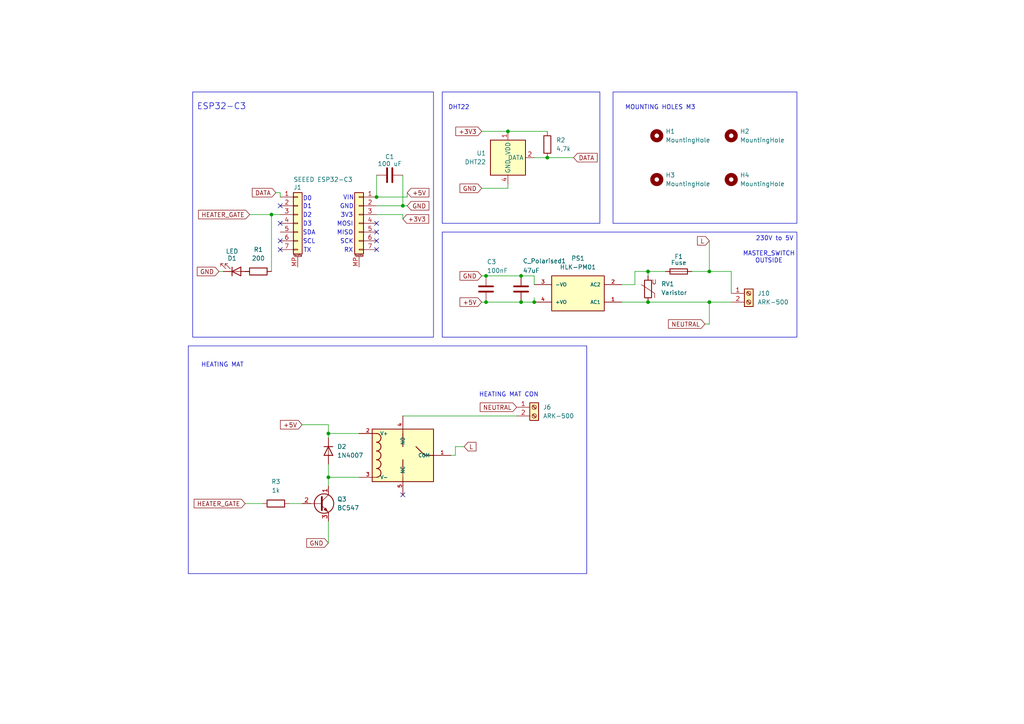
<source format=kicad_sch>
(kicad_sch
	(version 20250114)
	(generator "eeschema")
	(generator_version "9.0")
	(uuid "ab1ba2ae-2b34-40cd-bfbe-1555a04a4615")
	(paper "A4")
	(title_block
		(title "Module 3")
		(date "2026-12-21")
		(rev "REV 3")
		(company "Mateusz Siarkiewicz-Hoszowski 157305")
	)
	(lib_symbols
		(symbol "Connector:Screw_Terminal_01x02"
			(pin_names
				(offset 1.016)
				(hide yes)
			)
			(exclude_from_sim no)
			(in_bom yes)
			(on_board yes)
			(property "Reference" "J"
				(at 0 2.54 0)
				(effects
					(font
						(size 1.27 1.27)
					)
				)
			)
			(property "Value" "Screw_Terminal_01x02"
				(at 0 -5.08 0)
				(effects
					(font
						(size 1.27 1.27)
					)
				)
			)
			(property "Footprint" ""
				(at 0 0 0)
				(effects
					(font
						(size 1.27 1.27)
					)
					(hide yes)
				)
			)
			(property "Datasheet" "~"
				(at 0 0 0)
				(effects
					(font
						(size 1.27 1.27)
					)
					(hide yes)
				)
			)
			(property "Description" "Generic screw terminal, single row, 01x02, script generated (kicad-library-utils/schlib/autogen/connector/)"
				(at 0 0 0)
				(effects
					(font
						(size 1.27 1.27)
					)
					(hide yes)
				)
			)
			(property "ki_keywords" "screw terminal"
				(at 0 0 0)
				(effects
					(font
						(size 1.27 1.27)
					)
					(hide yes)
				)
			)
			(property "ki_fp_filters" "TerminalBlock*:*"
				(at 0 0 0)
				(effects
					(font
						(size 1.27 1.27)
					)
					(hide yes)
				)
			)
			(symbol "Screw_Terminal_01x02_1_1"
				(rectangle
					(start -1.27 1.27)
					(end 1.27 -3.81)
					(stroke
						(width 0.254)
						(type default)
					)
					(fill
						(type background)
					)
				)
				(polyline
					(pts
						(xy -0.5334 0.3302) (xy 0.3302 -0.508)
					)
					(stroke
						(width 0.1524)
						(type default)
					)
					(fill
						(type none)
					)
				)
				(polyline
					(pts
						(xy -0.5334 -2.2098) (xy 0.3302 -3.048)
					)
					(stroke
						(width 0.1524)
						(type default)
					)
					(fill
						(type none)
					)
				)
				(polyline
					(pts
						(xy -0.3556 0.508) (xy 0.508 -0.3302)
					)
					(stroke
						(width 0.1524)
						(type default)
					)
					(fill
						(type none)
					)
				)
				(polyline
					(pts
						(xy -0.3556 -2.032) (xy 0.508 -2.8702)
					)
					(stroke
						(width 0.1524)
						(type default)
					)
					(fill
						(type none)
					)
				)
				(circle
					(center 0 0)
					(radius 0.635)
					(stroke
						(width 0.1524)
						(type default)
					)
					(fill
						(type none)
					)
				)
				(circle
					(center 0 -2.54)
					(radius 0.635)
					(stroke
						(width 0.1524)
						(type default)
					)
					(fill
						(type none)
					)
				)
				(pin passive line
					(at -5.08 0 0)
					(length 3.81)
					(name "Pin_1"
						(effects
							(font
								(size 1.27 1.27)
							)
						)
					)
					(number "1"
						(effects
							(font
								(size 1.27 1.27)
							)
						)
					)
				)
				(pin passive line
					(at -5.08 -2.54 0)
					(length 3.81)
					(name "Pin_2"
						(effects
							(font
								(size 1.27 1.27)
							)
						)
					)
					(number "2"
						(effects
							(font
								(size 1.27 1.27)
							)
						)
					)
				)
			)
			(embedded_fonts no)
		)
		(symbol "Connector_Generic_MountingPin:Conn_01x07_MountingPin"
			(pin_names
				(offset 1.016)
				(hide yes)
			)
			(exclude_from_sim no)
			(in_bom yes)
			(on_board yes)
			(property "Reference" "J"
				(at 0 10.16 0)
				(effects
					(font
						(size 1.27 1.27)
					)
				)
			)
			(property "Value" "Conn_01x07_MountingPin"
				(at 1.27 -10.16 0)
				(effects
					(font
						(size 1.27 1.27)
					)
					(justify left)
				)
			)
			(property "Footprint" ""
				(at 0 0 0)
				(effects
					(font
						(size 1.27 1.27)
					)
					(hide yes)
				)
			)
			(property "Datasheet" "~"
				(at 0 0 0)
				(effects
					(font
						(size 1.27 1.27)
					)
					(hide yes)
				)
			)
			(property "Description" "Generic connectable mounting pin connector, single row, 01x07, script generated (kicad-library-utils/schlib/autogen/connector/)"
				(at 0 0 0)
				(effects
					(font
						(size 1.27 1.27)
					)
					(hide yes)
				)
			)
			(property "ki_keywords" "connector"
				(at 0 0 0)
				(effects
					(font
						(size 1.27 1.27)
					)
					(hide yes)
				)
			)
			(property "ki_fp_filters" "Connector*:*_1x??-1MP*"
				(at 0 0 0)
				(effects
					(font
						(size 1.27 1.27)
					)
					(hide yes)
				)
			)
			(symbol "Conn_01x07_MountingPin_1_1"
				(rectangle
					(start -1.27 8.89)
					(end 1.27 -8.89)
					(stroke
						(width 0.254)
						(type default)
					)
					(fill
						(type background)
					)
				)
				(rectangle
					(start -1.27 7.747)
					(end 0 7.493)
					(stroke
						(width 0.1524)
						(type default)
					)
					(fill
						(type none)
					)
				)
				(rectangle
					(start -1.27 5.207)
					(end 0 4.953)
					(stroke
						(width 0.1524)
						(type default)
					)
					(fill
						(type none)
					)
				)
				(rectangle
					(start -1.27 2.667)
					(end 0 2.413)
					(stroke
						(width 0.1524)
						(type default)
					)
					(fill
						(type none)
					)
				)
				(rectangle
					(start -1.27 0.127)
					(end 0 -0.127)
					(stroke
						(width 0.1524)
						(type default)
					)
					(fill
						(type none)
					)
				)
				(rectangle
					(start -1.27 -2.413)
					(end 0 -2.667)
					(stroke
						(width 0.1524)
						(type default)
					)
					(fill
						(type none)
					)
				)
				(rectangle
					(start -1.27 -4.953)
					(end 0 -5.207)
					(stroke
						(width 0.1524)
						(type default)
					)
					(fill
						(type none)
					)
				)
				(rectangle
					(start -1.27 -7.493)
					(end 0 -7.747)
					(stroke
						(width 0.1524)
						(type default)
					)
					(fill
						(type none)
					)
				)
				(polyline
					(pts
						(xy -1.016 -9.652) (xy 1.016 -9.652)
					)
					(stroke
						(width 0.1524)
						(type default)
					)
					(fill
						(type none)
					)
				)
				(text "Mounting"
					(at 0 -9.271 0)
					(effects
						(font
							(size 0.381 0.381)
						)
					)
				)
				(pin passive line
					(at -5.08 7.62 0)
					(length 3.81)
					(name "Pin_1"
						(effects
							(font
								(size 1.27 1.27)
							)
						)
					)
					(number "1"
						(effects
							(font
								(size 1.27 1.27)
							)
						)
					)
				)
				(pin passive line
					(at -5.08 5.08 0)
					(length 3.81)
					(name "Pin_2"
						(effects
							(font
								(size 1.27 1.27)
							)
						)
					)
					(number "2"
						(effects
							(font
								(size 1.27 1.27)
							)
						)
					)
				)
				(pin passive line
					(at -5.08 2.54 0)
					(length 3.81)
					(name "Pin_3"
						(effects
							(font
								(size 1.27 1.27)
							)
						)
					)
					(number "3"
						(effects
							(font
								(size 1.27 1.27)
							)
						)
					)
				)
				(pin passive line
					(at -5.08 0 0)
					(length 3.81)
					(name "Pin_4"
						(effects
							(font
								(size 1.27 1.27)
							)
						)
					)
					(number "4"
						(effects
							(font
								(size 1.27 1.27)
							)
						)
					)
				)
				(pin passive line
					(at -5.08 -2.54 0)
					(length 3.81)
					(name "Pin_5"
						(effects
							(font
								(size 1.27 1.27)
							)
						)
					)
					(number "5"
						(effects
							(font
								(size 1.27 1.27)
							)
						)
					)
				)
				(pin passive line
					(at -5.08 -5.08 0)
					(length 3.81)
					(name "Pin_6"
						(effects
							(font
								(size 1.27 1.27)
							)
						)
					)
					(number "6"
						(effects
							(font
								(size 1.27 1.27)
							)
						)
					)
				)
				(pin passive line
					(at -5.08 -7.62 0)
					(length 3.81)
					(name "Pin_7"
						(effects
							(font
								(size 1.27 1.27)
							)
						)
					)
					(number "7"
						(effects
							(font
								(size 1.27 1.27)
							)
						)
					)
				)
				(pin passive line
					(at 0 -12.7 90)
					(length 3.048)
					(name "MountPin"
						(effects
							(font
								(size 1.27 1.27)
							)
						)
					)
					(number "MP"
						(effects
							(font
								(size 1.27 1.27)
							)
						)
					)
				)
			)
			(embedded_fonts no)
		)
		(symbol "Device:C"
			(pin_numbers
				(hide yes)
			)
			(pin_names
				(offset 0.254)
			)
			(exclude_from_sim no)
			(in_bom yes)
			(on_board yes)
			(property "Reference" "C"
				(at 0.635 2.54 0)
				(effects
					(font
						(size 1.27 1.27)
					)
					(justify left)
				)
			)
			(property "Value" "C"
				(at 0.635 -2.54 0)
				(effects
					(font
						(size 1.27 1.27)
					)
					(justify left)
				)
			)
			(property "Footprint" ""
				(at 0.9652 -3.81 0)
				(effects
					(font
						(size 1.27 1.27)
					)
					(hide yes)
				)
			)
			(property "Datasheet" "~"
				(at 0 0 0)
				(effects
					(font
						(size 1.27 1.27)
					)
					(hide yes)
				)
			)
			(property "Description" "Unpolarized capacitor"
				(at 0 0 0)
				(effects
					(font
						(size 1.27 1.27)
					)
					(hide yes)
				)
			)
			(property "ki_keywords" "cap capacitor"
				(at 0 0 0)
				(effects
					(font
						(size 1.27 1.27)
					)
					(hide yes)
				)
			)
			(property "ki_fp_filters" "C_*"
				(at 0 0 0)
				(effects
					(font
						(size 1.27 1.27)
					)
					(hide yes)
				)
			)
			(symbol "C_0_1"
				(polyline
					(pts
						(xy -2.032 0.762) (xy 2.032 0.762)
					)
					(stroke
						(width 0.508)
						(type default)
					)
					(fill
						(type none)
					)
				)
				(polyline
					(pts
						(xy -2.032 -0.762) (xy 2.032 -0.762)
					)
					(stroke
						(width 0.508)
						(type default)
					)
					(fill
						(type none)
					)
				)
			)
			(symbol "C_1_1"
				(pin passive line
					(at 0 3.81 270)
					(length 2.794)
					(name "~"
						(effects
							(font
								(size 1.27 1.27)
							)
						)
					)
					(number "1"
						(effects
							(font
								(size 1.27 1.27)
							)
						)
					)
				)
				(pin passive line
					(at 0 -3.81 90)
					(length 2.794)
					(name "~"
						(effects
							(font
								(size 1.27 1.27)
							)
						)
					)
					(number "2"
						(effects
							(font
								(size 1.27 1.27)
							)
						)
					)
				)
			)
			(embedded_fonts no)
		)
		(symbol "Device:Fuse"
			(pin_numbers
				(hide yes)
			)
			(pin_names
				(offset 0)
			)
			(exclude_from_sim no)
			(in_bom yes)
			(on_board yes)
			(property "Reference" "F"
				(at 2.032 0 90)
				(effects
					(font
						(size 1.27 1.27)
					)
				)
			)
			(property "Value" "Fuse"
				(at -1.905 0 90)
				(effects
					(font
						(size 1.27 1.27)
					)
				)
			)
			(property "Footprint" ""
				(at -1.778 0 90)
				(effects
					(font
						(size 1.27 1.27)
					)
					(hide yes)
				)
			)
			(property "Datasheet" "~"
				(at 0 0 0)
				(effects
					(font
						(size 1.27 1.27)
					)
					(hide yes)
				)
			)
			(property "Description" "Fuse"
				(at 0 0 0)
				(effects
					(font
						(size 1.27 1.27)
					)
					(hide yes)
				)
			)
			(property "ki_keywords" "fuse"
				(at 0 0 0)
				(effects
					(font
						(size 1.27 1.27)
					)
					(hide yes)
				)
			)
			(property "ki_fp_filters" "*Fuse*"
				(at 0 0 0)
				(effects
					(font
						(size 1.27 1.27)
					)
					(hide yes)
				)
			)
			(symbol "Fuse_0_1"
				(rectangle
					(start -0.762 -2.54)
					(end 0.762 2.54)
					(stroke
						(width 0.254)
						(type default)
					)
					(fill
						(type none)
					)
				)
				(polyline
					(pts
						(xy 0 2.54) (xy 0 -2.54)
					)
					(stroke
						(width 0)
						(type default)
					)
					(fill
						(type none)
					)
				)
			)
			(symbol "Fuse_1_1"
				(pin passive line
					(at 0 3.81 270)
					(length 1.27)
					(name "~"
						(effects
							(font
								(size 1.27 1.27)
							)
						)
					)
					(number "1"
						(effects
							(font
								(size 1.27 1.27)
							)
						)
					)
				)
				(pin passive line
					(at 0 -3.81 90)
					(length 1.27)
					(name "~"
						(effects
							(font
								(size 1.27 1.27)
							)
						)
					)
					(number "2"
						(effects
							(font
								(size 1.27 1.27)
							)
						)
					)
				)
			)
			(embedded_fonts no)
		)
		(symbol "Device:LED"
			(pin_numbers
				(hide yes)
			)
			(pin_names
				(offset 1.016)
				(hide yes)
			)
			(exclude_from_sim no)
			(in_bom yes)
			(on_board yes)
			(property "Reference" "D"
				(at 0 2.54 0)
				(effects
					(font
						(size 1.27 1.27)
					)
				)
			)
			(property "Value" "LED"
				(at 0 -2.54 0)
				(effects
					(font
						(size 1.27 1.27)
					)
				)
			)
			(property "Footprint" ""
				(at 0 0 0)
				(effects
					(font
						(size 1.27 1.27)
					)
					(hide yes)
				)
			)
			(property "Datasheet" "~"
				(at 0 0 0)
				(effects
					(font
						(size 1.27 1.27)
					)
					(hide yes)
				)
			)
			(property "Description" "Light emitting diode"
				(at 0 0 0)
				(effects
					(font
						(size 1.27 1.27)
					)
					(hide yes)
				)
			)
			(property "Sim.Pins" "1=K 2=A"
				(at 0 0 0)
				(effects
					(font
						(size 1.27 1.27)
					)
					(hide yes)
				)
			)
			(property "ki_keywords" "LED diode"
				(at 0 0 0)
				(effects
					(font
						(size 1.27 1.27)
					)
					(hide yes)
				)
			)
			(property "ki_fp_filters" "LED* LED_SMD:* LED_THT:*"
				(at 0 0 0)
				(effects
					(font
						(size 1.27 1.27)
					)
					(hide yes)
				)
			)
			(symbol "LED_0_1"
				(polyline
					(pts
						(xy -3.048 -0.762) (xy -4.572 -2.286) (xy -3.81 -2.286) (xy -4.572 -2.286) (xy -4.572 -1.524)
					)
					(stroke
						(width 0)
						(type default)
					)
					(fill
						(type none)
					)
				)
				(polyline
					(pts
						(xy -1.778 -0.762) (xy -3.302 -2.286) (xy -2.54 -2.286) (xy -3.302 -2.286) (xy -3.302 -1.524)
					)
					(stroke
						(width 0)
						(type default)
					)
					(fill
						(type none)
					)
				)
				(polyline
					(pts
						(xy -1.27 0) (xy 1.27 0)
					)
					(stroke
						(width 0)
						(type default)
					)
					(fill
						(type none)
					)
				)
				(polyline
					(pts
						(xy -1.27 -1.27) (xy -1.27 1.27)
					)
					(stroke
						(width 0.254)
						(type default)
					)
					(fill
						(type none)
					)
				)
				(polyline
					(pts
						(xy 1.27 -1.27) (xy 1.27 1.27) (xy -1.27 0) (xy 1.27 -1.27)
					)
					(stroke
						(width 0.254)
						(type default)
					)
					(fill
						(type none)
					)
				)
			)
			(symbol "LED_1_1"
				(pin passive line
					(at -3.81 0 0)
					(length 2.54)
					(name "K"
						(effects
							(font
								(size 1.27 1.27)
							)
						)
					)
					(number "1"
						(effects
							(font
								(size 1.27 1.27)
							)
						)
					)
				)
				(pin passive line
					(at 3.81 0 180)
					(length 2.54)
					(name "A"
						(effects
							(font
								(size 1.27 1.27)
							)
						)
					)
					(number "2"
						(effects
							(font
								(size 1.27 1.27)
							)
						)
					)
				)
			)
			(embedded_fonts no)
		)
		(symbol "Device:R"
			(pin_numbers
				(hide yes)
			)
			(pin_names
				(offset 0)
			)
			(exclude_from_sim no)
			(in_bom yes)
			(on_board yes)
			(property "Reference" "R"
				(at 2.032 0 90)
				(effects
					(font
						(size 1.27 1.27)
					)
				)
			)
			(property "Value" "R"
				(at 0 0 90)
				(effects
					(font
						(size 1.27 1.27)
					)
				)
			)
			(property "Footprint" ""
				(at -1.778 0 90)
				(effects
					(font
						(size 1.27 1.27)
					)
					(hide yes)
				)
			)
			(property "Datasheet" "~"
				(at 0 0 0)
				(effects
					(font
						(size 1.27 1.27)
					)
					(hide yes)
				)
			)
			(property "Description" "Resistor"
				(at 0 0 0)
				(effects
					(font
						(size 1.27 1.27)
					)
					(hide yes)
				)
			)
			(property "ki_keywords" "R res resistor"
				(at 0 0 0)
				(effects
					(font
						(size 1.27 1.27)
					)
					(hide yes)
				)
			)
			(property "ki_fp_filters" "R_*"
				(at 0 0 0)
				(effects
					(font
						(size 1.27 1.27)
					)
					(hide yes)
				)
			)
			(symbol "R_0_1"
				(rectangle
					(start -1.016 -2.54)
					(end 1.016 2.54)
					(stroke
						(width 0.254)
						(type default)
					)
					(fill
						(type none)
					)
				)
			)
			(symbol "R_1_1"
				(pin passive line
					(at 0 3.81 270)
					(length 1.27)
					(name "~"
						(effects
							(font
								(size 1.27 1.27)
							)
						)
					)
					(number "1"
						(effects
							(font
								(size 1.27 1.27)
							)
						)
					)
				)
				(pin passive line
					(at 0 -3.81 90)
					(length 1.27)
					(name "~"
						(effects
							(font
								(size 1.27 1.27)
							)
						)
					)
					(number "2"
						(effects
							(font
								(size 1.27 1.27)
							)
						)
					)
				)
			)
			(embedded_fonts no)
		)
		(symbol "Device:Varistor"
			(pin_numbers
				(hide yes)
			)
			(pin_names
				(offset 0)
			)
			(exclude_from_sim no)
			(in_bom yes)
			(on_board yes)
			(property "Reference" "RV"
				(at 3.175 0 90)
				(effects
					(font
						(size 1.27 1.27)
					)
				)
			)
			(property "Value" "Varistor"
				(at -3.175 0 90)
				(effects
					(font
						(size 1.27 1.27)
					)
				)
			)
			(property "Footprint" ""
				(at -1.778 0 90)
				(effects
					(font
						(size 1.27 1.27)
					)
					(hide yes)
				)
			)
			(property "Datasheet" "~"
				(at 0 0 0)
				(effects
					(font
						(size 1.27 1.27)
					)
					(hide yes)
				)
			)
			(property "Description" "Voltage dependent resistor"
				(at 0 0 0)
				(effects
					(font
						(size 1.27 1.27)
					)
					(hide yes)
				)
			)
			(property "Sim.Name" "kicad_builtin_varistor"
				(at 0 0 0)
				(effects
					(font
						(size 1.27 1.27)
					)
					(hide yes)
				)
			)
			(property "Sim.Device" "SUBCKT"
				(at 0 0 0)
				(effects
					(font
						(size 1.27 1.27)
					)
					(hide yes)
				)
			)
			(property "Sim.Pins" "1=A 2=B"
				(at 0 0 0)
				(effects
					(font
						(size 1.27 1.27)
					)
					(hide yes)
				)
			)
			(property "Sim.Params" "threshold=1k"
				(at 0 0 0)
				(effects
					(font
						(size 1.27 1.27)
					)
					(hide yes)
				)
			)
			(property "Sim.Library" "${KICAD9_SYMBOL_DIR}/Simulation_SPICE.sp"
				(at 0 0 0)
				(effects
					(font
						(size 1.27 1.27)
					)
					(hide yes)
				)
			)
			(property "ki_keywords" "VDR resistance"
				(at 0 0 0)
				(effects
					(font
						(size 1.27 1.27)
					)
					(hide yes)
				)
			)
			(property "ki_fp_filters" "RV_* Varistor*"
				(at 0 0 0)
				(effects
					(font
						(size 1.27 1.27)
					)
					(hide yes)
				)
			)
			(symbol "Varistor_0_0"
				(text "U"
					(at -1.778 -2.032 0)
					(effects
						(font
							(size 1.27 1.27)
						)
					)
				)
			)
			(symbol "Varistor_0_1"
				(polyline
					(pts
						(xy -1.905 2.54) (xy -1.905 1.27) (xy 1.905 -1.27)
					)
					(stroke
						(width 0)
						(type default)
					)
					(fill
						(type none)
					)
				)
				(rectangle
					(start -1.016 -2.54)
					(end 1.016 2.54)
					(stroke
						(width 0.254)
						(type default)
					)
					(fill
						(type none)
					)
				)
			)
			(symbol "Varistor_1_1"
				(pin passive line
					(at 0 3.81 270)
					(length 1.27)
					(name "~"
						(effects
							(font
								(size 1.27 1.27)
							)
						)
					)
					(number "1"
						(effects
							(font
								(size 1.27 1.27)
							)
						)
					)
				)
				(pin passive line
					(at 0 -3.81 90)
					(length 1.27)
					(name "~"
						(effects
							(font
								(size 1.27 1.27)
							)
						)
					)
					(number "2"
						(effects
							(font
								(size 1.27 1.27)
							)
						)
					)
				)
			)
			(embedded_fonts no)
		)
		(symbol "Diode:1N4007"
			(pin_numbers
				(hide yes)
			)
			(pin_names
				(hide yes)
			)
			(exclude_from_sim no)
			(in_bom yes)
			(on_board yes)
			(property "Reference" "D"
				(at 0 2.54 0)
				(effects
					(font
						(size 1.27 1.27)
					)
				)
			)
			(property "Value" "1N4007"
				(at 0 -2.54 0)
				(effects
					(font
						(size 1.27 1.27)
					)
				)
			)
			(property "Footprint" "Diode_THT:D_DO-41_SOD81_P10.16mm_Horizontal"
				(at 0 -4.445 0)
				(effects
					(font
						(size 1.27 1.27)
					)
					(hide yes)
				)
			)
			(property "Datasheet" "http://www.vishay.com/docs/88503/1n4001.pdf"
				(at 0 0 0)
				(effects
					(font
						(size 1.27 1.27)
					)
					(hide yes)
				)
			)
			(property "Description" "1000V 1A General Purpose Rectifier Diode, DO-41"
				(at 0 0 0)
				(effects
					(font
						(size 1.27 1.27)
					)
					(hide yes)
				)
			)
			(property "Sim.Device" "D"
				(at 0 0 0)
				(effects
					(font
						(size 1.27 1.27)
					)
					(hide yes)
				)
			)
			(property "Sim.Pins" "1=K 2=A"
				(at 0 0 0)
				(effects
					(font
						(size 1.27 1.27)
					)
					(hide yes)
				)
			)
			(property "ki_keywords" "diode"
				(at 0 0 0)
				(effects
					(font
						(size 1.27 1.27)
					)
					(hide yes)
				)
			)
			(property "ki_fp_filters" "D*DO?41*"
				(at 0 0 0)
				(effects
					(font
						(size 1.27 1.27)
					)
					(hide yes)
				)
			)
			(symbol "1N4007_0_1"
				(polyline
					(pts
						(xy -1.27 1.27) (xy -1.27 -1.27)
					)
					(stroke
						(width 0.254)
						(type default)
					)
					(fill
						(type none)
					)
				)
				(polyline
					(pts
						(xy 1.27 1.27) (xy 1.27 -1.27) (xy -1.27 0) (xy 1.27 1.27)
					)
					(stroke
						(width 0.254)
						(type default)
					)
					(fill
						(type none)
					)
				)
				(polyline
					(pts
						(xy 1.27 0) (xy -1.27 0)
					)
					(stroke
						(width 0)
						(type default)
					)
					(fill
						(type none)
					)
				)
			)
			(symbol "1N4007_1_1"
				(pin passive line
					(at -3.81 0 0)
					(length 2.54)
					(name "K"
						(effects
							(font
								(size 1.27 1.27)
							)
						)
					)
					(number "1"
						(effects
							(font
								(size 1.27 1.27)
							)
						)
					)
				)
				(pin passive line
					(at 3.81 0 180)
					(length 2.54)
					(name "A"
						(effects
							(font
								(size 1.27 1.27)
							)
						)
					)
					(number "2"
						(effects
							(font
								(size 1.27 1.27)
							)
						)
					)
				)
			)
			(embedded_fonts no)
		)
		(symbol "HLK-PM01:HLK-PM01"
			(pin_names
				(offset 1.016)
			)
			(exclude_from_sim no)
			(in_bom yes)
			(on_board yes)
			(property "Reference" "PS"
				(at -7.62 5.588 0)
				(effects
					(font
						(size 1.27 1.27)
					)
					(justify left bottom)
				)
			)
			(property "Value" "HLK-PM01"
				(at -7.62 -7.112 0)
				(effects
					(font
						(size 1.27 1.27)
					)
					(justify left bottom)
				)
			)
			(property "Footprint" "HLK-PM01:CONV_HLK-PM01"
				(at 0 0 0)
				(effects
					(font
						(size 1.27 1.27)
					)
					(justify bottom)
					(hide yes)
				)
			)
			(property "Datasheet" ""
				(at 0 0 0)
				(effects
					(font
						(size 1.27 1.27)
					)
					(hide yes)
				)
			)
			(property "Description" ""
				(at 0 0 0)
				(effects
					(font
						(size 1.27 1.27)
					)
					(hide yes)
				)
			)
			(property "MF" "Hi-link"
				(at 0 0 0)
				(effects
					(font
						(size 1.27 1.27)
					)
					(justify bottom)
					(hide yes)
				)
			)
			(property "MAXIMUM_PACKAGE_HEIGHT" "15 mm"
				(at 0 0 0)
				(effects
					(font
						(size 1.27 1.27)
					)
					(justify bottom)
					(hide yes)
				)
			)
			(property "Package" "None"
				(at 0 0 0)
				(effects
					(font
						(size 1.27 1.27)
					)
					(justify bottom)
					(hide yes)
				)
			)
			(property "Price" "None"
				(at 0 0 0)
				(effects
					(font
						(size 1.27 1.27)
					)
					(justify bottom)
					(hide yes)
				)
			)
			(property "Check_prices" "https://www.snapeda.com/parts/hlk-pm01/Hi-link/view-part/?ref=eda"
				(at 0 0 0)
				(effects
					(font
						(size 1.27 1.27)
					)
					(justify bottom)
					(hide yes)
				)
			)
			(property "STANDARD" "Manufacturer Recommendation"
				(at 0 0 0)
				(effects
					(font
						(size 1.27 1.27)
					)
					(justify bottom)
					(hide yes)
				)
			)
			(property "SnapEDA_Link" "https://www.snapeda.com/parts/hlk-pm01/Hi-link/view-part/?ref=snap"
				(at 0 0 0)
				(effects
					(font
						(size 1.27 1.27)
					)
					(justify bottom)
					(hide yes)
				)
			)
			(property "MP" "hlk-pm01"
				(at 0 0 0)
				(effects
					(font
						(size 1.27 1.27)
					)
					(justify bottom)
					(hide yes)
				)
			)
			(property "Description_1" "The HLK-PM01 is a small size low cost AC to DC converter which can take in 110V/220V AC at 50/60 Hz and give 5V 3W output. The module is can be used in designs which run on 5V and needs to be powered form the AC mains."
				(at 0 0 0)
				(effects
					(font
						(size 1.27 1.27)
					)
					(justify bottom)
					(hide yes)
				)
			)
			(property "MANUFACTURER" "Hi-link"
				(at 0 0 0)
				(effects
					(font
						(size 1.27 1.27)
					)
					(justify bottom)
					(hide yes)
				)
			)
			(property "Availability" "Not in stock"
				(at 0 0 0)
				(effects
					(font
						(size 1.27 1.27)
					)
					(justify bottom)
					(hide yes)
				)
			)
			(property "SNAPEDA_PN" "hlk-pm01"
				(at 0 0 0)
				(effects
					(font
						(size 1.27 1.27)
					)
					(justify bottom)
					(hide yes)
				)
			)
			(symbol "HLK-PM01_0_0"
				(rectangle
					(start -7.62 -5.08)
					(end 7.62 5.08)
					(stroke
						(width 0.254)
						(type default)
					)
					(fill
						(type background)
					)
				)
				(pin input line
					(at -12.7 2.54 0)
					(length 5.08)
					(name "AC1"
						(effects
							(font
								(size 1.016 1.016)
							)
						)
					)
					(number "1"
						(effects
							(font
								(size 1.016 1.016)
							)
						)
					)
				)
				(pin input line
					(at -12.7 -2.54 0)
					(length 5.08)
					(name "AC2"
						(effects
							(font
								(size 1.016 1.016)
							)
						)
					)
					(number "2"
						(effects
							(font
								(size 1.016 1.016)
							)
						)
					)
				)
				(pin output line
					(at 12.7 2.54 180)
					(length 5.08)
					(name "+VO"
						(effects
							(font
								(size 1.016 1.016)
							)
						)
					)
					(number "4"
						(effects
							(font
								(size 1.016 1.016)
							)
						)
					)
				)
				(pin output line
					(at 12.7 -2.54 180)
					(length 5.08)
					(name "-VO"
						(effects
							(font
								(size 1.016 1.016)
							)
						)
					)
					(number "3"
						(effects
							(font
								(size 1.016 1.016)
							)
						)
					)
				)
			)
			(embedded_fonts no)
		)
		(symbol "Mechanical:MountingHole"
			(pin_names
				(offset 1.016)
			)
			(exclude_from_sim no)
			(in_bom no)
			(on_board yes)
			(property "Reference" "H"
				(at 0 5.08 0)
				(effects
					(font
						(size 1.27 1.27)
					)
				)
			)
			(property "Value" "MountingHole"
				(at 0 3.175 0)
				(effects
					(font
						(size 1.27 1.27)
					)
				)
			)
			(property "Footprint" ""
				(at 0 0 0)
				(effects
					(font
						(size 1.27 1.27)
					)
					(hide yes)
				)
			)
			(property "Datasheet" "~"
				(at 0 0 0)
				(effects
					(font
						(size 1.27 1.27)
					)
					(hide yes)
				)
			)
			(property "Description" "Mounting Hole without connection"
				(at 0 0 0)
				(effects
					(font
						(size 1.27 1.27)
					)
					(hide yes)
				)
			)
			(property "ki_keywords" "mounting hole"
				(at 0 0 0)
				(effects
					(font
						(size 1.27 1.27)
					)
					(hide yes)
				)
			)
			(property "ki_fp_filters" "MountingHole*"
				(at 0 0 0)
				(effects
					(font
						(size 1.27 1.27)
					)
					(hide yes)
				)
			)
			(symbol "MountingHole_0_1"
				(circle
					(center 0 0)
					(radius 1.27)
					(stroke
						(width 1.27)
						(type default)
					)
					(fill
						(type none)
					)
				)
			)
			(embedded_fonts no)
		)
		(symbol "RELAY-HLS8L-DC5V-S-C_5P-19X15MM_:RELAY-HLS8L-DC5V-S-C_5P-19X15MM_"
			(pin_names
				(offset 1.016)
			)
			(exclude_from_sim no)
			(in_bom yes)
			(on_board yes)
			(property "Reference" "K"
				(at -8.8988 7.6275 0)
				(effects
					(font
						(size 1.27 1.27)
					)
					(justify left bottom)
				)
			)
			(property "Value" "RELAY-HLS8L-DC5V-S-C_5P-19X15MM_"
				(at 0 7.6258 0)
				(effects
					(font
						(size 1.27 1.27)
					)
					(justify left bottom)
				)
			)
			(property "Footprint" "RELAY-HLS8L-DC5V-S-C_5P-19X15MM_:REY5-19.0X15.0X15.0MM"
				(at 0 0 0)
				(effects
					(font
						(size 1.27 1.27)
					)
					(justify bottom)
					(hide yes)
				)
			)
			(property "Datasheet" ""
				(at 0 0 0)
				(effects
					(font
						(size 1.27 1.27)
					)
					(hide yes)
				)
			)
			(property "Description" ""
				(at 0 0 0)
				(effects
					(font
						(size 1.27 1.27)
					)
					(hide yes)
				)
			)
			(property "MF" "Helishun"
				(at 0 0 0)
				(effects
					(font
						(size 1.27 1.27)
					)
					(justify bottom)
					(hide yes)
				)
			)
			(property "Description_1" "DIP Power Relay 5V-7A;"
				(at 0 0 0)
				(effects
					(font
						(size 1.27 1.27)
					)
					(justify bottom)
					(hide yes)
				)
			)
			(property "Package" "None"
				(at 0 0 0)
				(effects
					(font
						(size 1.27 1.27)
					)
					(justify bottom)
					(hide yes)
				)
			)
			(property "MPN" "HLS8L-DC5V-S-C"
				(at 0 0 0)
				(effects
					(font
						(size 1.27 1.27)
					)
					(justify bottom)
					(hide yes)
				)
			)
			(property "Price" "None"
				(at 0 0 0)
				(effects
					(font
						(size 1.27 1.27)
					)
					(justify bottom)
					(hide yes)
				)
			)
			(property "SnapEDA_Link" "https://www.snapeda.com/parts/HLS8L-DC5V-S-C/Helishun/view-part/?ref=snap"
				(at 0 0 0)
				(effects
					(font
						(size 1.27 1.27)
					)
					(justify bottom)
					(hide yes)
				)
			)
			(property "MP" "HLS8L-DC5V-S-C"
				(at 0 0 0)
				(effects
					(font
						(size 1.27 1.27)
					)
					(justify bottom)
					(hide yes)
				)
			)
			(property "Availability" "Not in stock"
				(at 0 0 0)
				(effects
					(font
						(size 1.27 1.27)
					)
					(justify bottom)
					(hide yes)
				)
			)
			(property "Check_prices" "https://www.snapeda.com/parts/HLS8L-DC5V-S-C/Helishun/view-part/?ref=eda"
				(at 0 0 0)
				(effects
					(font
						(size 1.27 1.27)
					)
					(justify bottom)
					(hide yes)
				)
			)
			(symbol "RELAY-HLS8L-DC5V-S-C_5P-19X15MM__0_0"
				(rectangle
					(start -8.89 -7.62)
					(end 8.89 7.62)
					(stroke
						(width 0.254)
						(type default)
					)
					(fill
						(type background)
					)
				)
				(arc
					(start -7.62 6.35)
					(mid -6.3555 5.08)
					(end -7.62 3.81)
					(stroke
						(width 0.254)
						(type default)
					)
					(fill
						(type none)
					)
				)
				(arc
					(start -7.62 3.81)
					(mid -6.3555 2.54)
					(end -7.62 1.27)
					(stroke
						(width 0.254)
						(type default)
					)
					(fill
						(type none)
					)
				)
				(arc
					(start -7.62 1.27)
					(mid -6.3555 0)
					(end -7.62 -1.27)
					(stroke
						(width 0.254)
						(type default)
					)
					(fill
						(type none)
					)
				)
				(arc
					(start -7.62 -1.27)
					(mid -6.3555 -2.54)
					(end -7.62 -3.81)
					(stroke
						(width 0.254)
						(type default)
					)
					(fill
						(type none)
					)
				)
				(arc
					(start -7.62 -3.81)
					(mid -6.3555 -5.08)
					(end -7.62 -6.35)
					(stroke
						(width 0.254)
						(type default)
					)
					(fill
						(type none)
					)
				)
				(polyline
					(pts
						(xy 0 2.54) (xy 0 6.35)
					)
					(stroke
						(width 0.254)
						(type default)
					)
					(fill
						(type none)
					)
				)
				(polyline
					(pts
						(xy 0 -1.27) (xy 0 -5.08)
					)
					(stroke
						(width 0.254)
						(type default)
					)
					(fill
						(type none)
					)
				)
				(polyline
					(pts
						(xy 0 -6.35) (xy 0 -5.08)
					)
					(stroke
						(width 0.1524)
						(type default)
					)
					(fill
						(type none)
					)
				)
				(polyline
					(pts
						(xy 3.81 2.54) (xy 6.35 0)
					)
					(stroke
						(width 0.254)
						(type default)
					)
					(fill
						(type none)
					)
				)
				(polyline
					(pts
						(xy 6.35 0) (xy 8.89 0)
					)
					(stroke
						(width 0.254)
						(type default)
					)
					(fill
						(type none)
					)
				)
				(pin bidirectional line
					(at -12.7 6.35 0)
					(length 5.08)
					(name "V+"
						(effects
							(font
								(size 1.016 1.016)
							)
						)
					)
					(number "2"
						(effects
							(font
								(size 1.016 1.016)
							)
						)
					)
				)
				(pin bidirectional line
					(at -12.7 -6.35 0)
					(length 5.08)
					(name "V-"
						(effects
							(font
								(size 1.016 1.016)
							)
						)
					)
					(number "3"
						(effects
							(font
								(size 1.016 1.016)
							)
						)
					)
				)
				(pin bidirectional line
					(at 0 11.43 270)
					(length 5.08)
					(name "NO"
						(effects
							(font
								(size 1.016 1.016)
							)
						)
					)
					(number "4"
						(effects
							(font
								(size 1.016 1.016)
							)
						)
					)
				)
				(pin bidirectional line
					(at 0 -11.43 90)
					(length 5.08)
					(name "NC"
						(effects
							(font
								(size 1.016 1.016)
							)
						)
					)
					(number "5"
						(effects
							(font
								(size 1.016 1.016)
							)
						)
					)
				)
				(pin bidirectional line
					(at 13.97 0 180)
					(length 5.08)
					(name "COM"
						(effects
							(font
								(size 1.016 1.016)
							)
						)
					)
					(number "1"
						(effects
							(font
								(size 1.016 1.016)
							)
						)
					)
				)
			)
			(embedded_fonts no)
		)
		(symbol "Sensor:DHT11"
			(exclude_from_sim no)
			(in_bom yes)
			(on_board yes)
			(property "Reference" "U"
				(at -3.81 6.35 0)
				(effects
					(font
						(size 1.27 1.27)
					)
				)
			)
			(property "Value" "DHT11"
				(at 3.81 6.35 0)
				(effects
					(font
						(size 1.27 1.27)
					)
				)
			)
			(property "Footprint" "Sensor:Aosong_DHT11_5.5x12.0_P2.54mm"
				(at 0 -10.16 0)
				(effects
					(font
						(size 1.27 1.27)
					)
					(hide yes)
				)
			)
			(property "Datasheet" "http://akizukidenshi.com/download/ds/aosong/DHT11.pdf"
				(at 3.81 6.35 0)
				(effects
					(font
						(size 1.27 1.27)
					)
					(hide yes)
				)
			)
			(property "Description" "3.3V to 5.5V, temperature and humidity module, DHT11"
				(at 0 0 0)
				(effects
					(font
						(size 1.27 1.27)
					)
					(hide yes)
				)
			)
			(property "ki_keywords" "digital sensor"
				(at 0 0 0)
				(effects
					(font
						(size 1.27 1.27)
					)
					(hide yes)
				)
			)
			(property "ki_fp_filters" "Aosong*DHT11*5.5x12.0*P2.54mm*"
				(at 0 0 0)
				(effects
					(font
						(size 1.27 1.27)
					)
					(hide yes)
				)
			)
			(symbol "DHT11_0_1"
				(rectangle
					(start -5.08 5.08)
					(end 5.08 -5.08)
					(stroke
						(width 0.254)
						(type default)
					)
					(fill
						(type background)
					)
				)
			)
			(symbol "DHT11_1_1"
				(pin no_connect line
					(at -5.08 0 0)
					(length 2.54)
					(hide yes)
					(name "NC"
						(effects
							(font
								(size 1.27 1.27)
							)
						)
					)
					(number "3"
						(effects
							(font
								(size 1.27 1.27)
							)
						)
					)
				)
				(pin power_in line
					(at 0 7.62 270)
					(length 2.54)
					(name "VDD"
						(effects
							(font
								(size 1.27 1.27)
							)
						)
					)
					(number "1"
						(effects
							(font
								(size 1.27 1.27)
							)
						)
					)
				)
				(pin power_in line
					(at 0 -7.62 90)
					(length 2.54)
					(name "GND"
						(effects
							(font
								(size 1.27 1.27)
							)
						)
					)
					(number "4"
						(effects
							(font
								(size 1.27 1.27)
							)
						)
					)
				)
				(pin bidirectional line
					(at 7.62 0 180)
					(length 2.54)
					(name "DATA"
						(effects
							(font
								(size 1.27 1.27)
							)
						)
					)
					(number "2"
						(effects
							(font
								(size 1.27 1.27)
							)
						)
					)
				)
			)
			(embedded_fonts no)
		)
		(symbol "Transistor_BJT:BC547"
			(pin_names
				(offset 0)
				(hide yes)
			)
			(exclude_from_sim no)
			(in_bom yes)
			(on_board yes)
			(property "Reference" "Q"
				(at 5.08 1.905 0)
				(effects
					(font
						(size 1.27 1.27)
					)
					(justify left)
				)
			)
			(property "Value" "BC547"
				(at 5.08 0 0)
				(effects
					(font
						(size 1.27 1.27)
					)
					(justify left)
				)
			)
			(property "Footprint" "Package_TO_SOT_THT:TO-92_Inline"
				(at 5.08 -1.905 0)
				(effects
					(font
						(size 1.27 1.27)
						(italic yes)
					)
					(justify left)
					(hide yes)
				)
			)
			(property "Datasheet" "https://www.onsemi.com/pub/Collateral/BC550-D.pdf"
				(at 0 0 0)
				(effects
					(font
						(size 1.27 1.27)
					)
					(justify left)
					(hide yes)
				)
			)
			(property "Description" "0.1A Ic, 45V Vce, Small Signal NPN Transistor, TO-92"
				(at 0 0 0)
				(effects
					(font
						(size 1.27 1.27)
					)
					(hide yes)
				)
			)
			(property "ki_keywords" "NPN Transistor"
				(at 0 0 0)
				(effects
					(font
						(size 1.27 1.27)
					)
					(hide yes)
				)
			)
			(property "ki_fp_filters" "TO?92*"
				(at 0 0 0)
				(effects
					(font
						(size 1.27 1.27)
					)
					(hide yes)
				)
			)
			(symbol "BC547_0_1"
				(polyline
					(pts
						(xy -2.54 0) (xy 0.635 0)
					)
					(stroke
						(width 0)
						(type default)
					)
					(fill
						(type none)
					)
				)
				(polyline
					(pts
						(xy 0.635 1.905) (xy 0.635 -1.905)
					)
					(stroke
						(width 0.508)
						(type default)
					)
					(fill
						(type none)
					)
				)
				(circle
					(center 1.27 0)
					(radius 2.8194)
					(stroke
						(width 0.254)
						(type default)
					)
					(fill
						(type none)
					)
				)
			)
			(symbol "BC547_1_1"
				(polyline
					(pts
						(xy 0.635 0.635) (xy 2.54 2.54)
					)
					(stroke
						(width 0)
						(type default)
					)
					(fill
						(type none)
					)
				)
				(polyline
					(pts
						(xy 0.635 -0.635) (xy 2.54 -2.54)
					)
					(stroke
						(width 0)
						(type default)
					)
					(fill
						(type none)
					)
				)
				(polyline
					(pts
						(xy 1.27 -1.778) (xy 1.778 -1.27) (xy 2.286 -2.286) (xy 1.27 -1.778)
					)
					(stroke
						(width 0)
						(type default)
					)
					(fill
						(type outline)
					)
				)
				(pin input line
					(at -5.08 0 0)
					(length 2.54)
					(name "B"
						(effects
							(font
								(size 1.27 1.27)
							)
						)
					)
					(number "2"
						(effects
							(font
								(size 1.27 1.27)
							)
						)
					)
				)
				(pin passive line
					(at 2.54 5.08 270)
					(length 2.54)
					(name "C"
						(effects
							(font
								(size 1.27 1.27)
							)
						)
					)
					(number "1"
						(effects
							(font
								(size 1.27 1.27)
							)
						)
					)
				)
				(pin passive line
					(at 2.54 -5.08 90)
					(length 2.54)
					(name "E"
						(effects
							(font
								(size 1.27 1.27)
							)
						)
					)
					(number "3"
						(effects
							(font
								(size 1.27 1.27)
							)
						)
					)
				)
			)
			(embedded_fonts no)
		)
	)
	(text "SDA"
		(exclude_from_sim no)
		(at 89.662 67.564 0)
		(effects
			(font
				(size 1.27 1.27)
			)
		)
		(uuid "02764b5f-1825-4790-be31-edb7e2d383bd")
	)
	(text "HEATING MAT"
		(exclude_from_sim no)
		(at 64.516 105.918 0)
		(effects
			(font
				(size 1.27 1.27)
			)
		)
		(uuid "02bd4ca2-dace-44e6-98b8-08d713e1e8ba")
	)
	(text "VIN"
		(exclude_from_sim no)
		(at 101.092 57.404 0)
		(effects
			(font
				(size 1.27 1.27)
			)
		)
		(uuid "0dc7948a-fcc6-4a7c-b2cf-075eed60bb89")
	)
	(text "D0"
		(exclude_from_sim no)
		(at 89.154 57.658 0)
		(effects
			(font
				(size 1.27 1.27)
			)
		)
		(uuid "1d55f16a-4a97-4fea-a606-710e55497084")
	)
	(text "GND"
		(exclude_from_sim no)
		(at 100.584 59.944 0)
		(effects
			(font
				(size 1.27 1.27)
			)
		)
		(uuid "214ade75-63cb-40ad-af5e-089b27a9bcf7")
	)
	(text "D1"
		(exclude_from_sim no)
		(at 89.154 59.944 0)
		(effects
			(font
				(size 1.27 1.27)
			)
		)
		(uuid "2b67aa57-b0f7-4c5b-9b67-52511ebd8ba5")
	)
	(text "HEATING MAT CON\n"
		(exclude_from_sim no)
		(at 147.574 114.554 0)
		(effects
			(font
				(size 1.27 1.27)
			)
		)
		(uuid "2e9bb0fa-ee1e-4e1d-a6c9-5ab5417e3fa5")
	)
	(text "MASTER_SWITCH\nOUTSIDE"
		(exclude_from_sim no)
		(at 223.012 74.676 0)
		(effects
			(font
				(size 1.27 1.27)
			)
		)
		(uuid "35afd7c2-5fbd-41e4-8676-2397f3e0fd84")
	)
	(text "SCL"
		(exclude_from_sim no)
		(at 89.662 70.104 0)
		(effects
			(font
				(size 1.27 1.27)
			)
		)
		(uuid "37faf8ae-bc4d-4f7d-9aa6-25643670043b")
	)
	(text "ESP32-C3\n"
		(exclude_from_sim no)
		(at 64.262 30.988 0)
		(effects
			(font
				(size 1.778 1.778)
			)
		)
		(uuid "499a3c47-2a6f-4fb6-afb6-7c9e27cd9d7e")
	)
	(text "DHT22"
		(exclude_from_sim no)
		(at 133.096 31.242 0)
		(effects
			(font
				(size 1.27 1.27)
			)
		)
		(uuid "5ecf8457-03e1-4837-aad4-68837a6000de")
	)
	(text "SCK"
		(exclude_from_sim no)
		(at 100.584 70.104 0)
		(effects
			(font
				(size 1.27 1.27)
			)
		)
		(uuid "696a53ac-4d3a-483b-aca5-7e21f15cab12")
	)
	(text "MOSI"
		(exclude_from_sim no)
		(at 100.076 65.024 0)
		(effects
			(font
				(size 1.27 1.27)
			)
		)
		(uuid "70b717fc-5e51-4a9d-81fa-09774b23621c")
	)
	(text "3V3"
		(exclude_from_sim no)
		(at 100.584 62.484 0)
		(effects
			(font
				(size 1.27 1.27)
			)
		)
		(uuid "72f30926-974c-4b5d-9e19-677066765357")
	)
	(text "MOUNTING HOLES M3"
		(exclude_from_sim no)
		(at 191.516 31.242 0)
		(effects
			(font
				(size 1.27 1.27)
			)
		)
		(uuid "74c44e9d-026c-49ac-8924-3e32dc8c021c")
	)
	(text "TX"
		(exclude_from_sim no)
		(at 89.154 72.644 0)
		(effects
			(font
				(size 1.27 1.27)
			)
		)
		(uuid "7d22d585-b3e1-4354-8f7f-387127b5b748")
	)
	(text "MISO"
		(exclude_from_sim no)
		(at 100.076 67.564 0)
		(effects
			(font
				(size 1.27 1.27)
			)
		)
		(uuid "951d5c1f-3bbc-4d2d-81a2-7115f3ee4afc")
	)
	(text "D3"
		(exclude_from_sim no)
		(at 89.154 65.024 0)
		(effects
			(font
				(size 1.27 1.27)
			)
		)
		(uuid "cdc2b1c7-f1f5-48bc-a24f-9aed40aa2e5a")
	)
	(text "D2"
		(exclude_from_sim no)
		(at 89.154 62.484 0)
		(effects
			(font
				(size 1.27 1.27)
			)
		)
		(uuid "f00fee07-8954-414b-9145-a38489f0b772")
	)
	(text "RX"
		(exclude_from_sim no)
		(at 101.092 72.644 0)
		(effects
			(font
				(size 1.27 1.27)
			)
		)
		(uuid "fe3c8f5a-7a08-40aa-b958-e0aff1827dc6")
	)
	(text_box ""
		(exclude_from_sim no)
		(at 128.27 26.67 0)
		(size 45.72 38.1)
		(margins 0.9525 0.9525 0.9525 0.9525)
		(stroke
			(width 0)
			(type solid)
		)
		(fill
			(type none)
		)
		(effects
			(font
				(size 1.27 1.27)
			)
			(justify left top)
		)
		(uuid "0e223fee-66e7-4557-aecf-a4ee07932729")
	)
	(text_box ""
		(exclude_from_sim no)
		(at 55.88 26.67 0)
		(size 69.85 71.12)
		(margins 0.9525 0.9525 0.9525 0.9525)
		(stroke
			(width 0)
			(type solid)
		)
		(fill
			(type none)
		)
		(effects
			(font
				(size 1.27 1.27)
			)
			(justify left top)
		)
		(uuid "75c84da4-dd60-42a8-a4cc-fbfc4bc147e1")
	)
	(text_box "230V to 5V"
		(exclude_from_sim no)
		(at 128.27 67.31 0)
		(size 102.87 30.48)
		(margins 0.9525 0.9525 0.9525 0.9525)
		(stroke
			(width 0)
			(type solid)
		)
		(fill
			(type none)
		)
		(effects
			(font
				(size 1.27 1.27)
			)
			(justify right top)
		)
		(uuid "76e6e25b-29d3-4985-bdbd-96439bca9913")
	)
	(text_box ""
		(exclude_from_sim no)
		(at 54.61 100.33 0)
		(size 115.57 66.04)
		(margins 0.9525 0.9525 0.9525 0.9525)
		(stroke
			(width 0)
			(type solid)
		)
		(fill
			(type none)
		)
		(effects
			(font
				(size 1.27 1.27)
			)
			(justify left top)
		)
		(uuid "884f776c-5b2b-4694-8d35-724dd48b0b4c")
	)
	(text_box ""
		(exclude_from_sim no)
		(at 177.8 26.67 0)
		(size 53.34 38.1)
		(margins 0.9525 0.9525 0.9525 0.9525)
		(stroke
			(width 0)
			(type solid)
		)
		(fill
			(type none)
		)
		(effects
			(font
				(size 1.27 1.27)
			)
			(justify left top)
		)
		(uuid "9c9bddf2-8263-48d1-a2b5-bb85cc131db2")
	)
	(junction
		(at 147.32 38.1)
		(diameter 0)
		(color 0 0 0 0)
		(uuid "02e06f6a-01ea-4b1f-99ee-23fe766d0abf")
	)
	(junction
		(at 140.97 87.63)
		(diameter 0)
		(color 0 0 0 0)
		(uuid "14e93f53-372d-4395-a01a-85e4a45b075c")
	)
	(junction
		(at 205.74 87.63)
		(diameter 0)
		(color 0 0 0 0)
		(uuid "17d509b9-2251-477e-a8e0-9ef4c700682d")
	)
	(junction
		(at 187.96 78.74)
		(diameter 0)
		(color 0 0 0 0)
		(uuid "1ce0620b-9344-4b8a-a17c-14e08eb0319c")
	)
	(junction
		(at 140.97 80.01)
		(diameter 0)
		(color 0 0 0 0)
		(uuid "4c5ea473-c6b0-4fa3-9834-51b0492f8595")
	)
	(junction
		(at 158.75 45.72)
		(diameter 0)
		(color 0 0 0 0)
		(uuid "4d393d2d-1abd-489c-b39d-1536f99be194")
	)
	(junction
		(at 151.13 80.01)
		(diameter 0)
		(color 0 0 0 0)
		(uuid "4e5cd3f1-609b-46c7-a1a1-0d4cd3186243")
	)
	(junction
		(at 109.22 57.15)
		(diameter 0)
		(color 0 0 0 0)
		(uuid "7ddb4e11-9973-4609-a1e1-5e2a8eeced48")
	)
	(junction
		(at 95.25 125.73)
		(diameter 0)
		(color 0 0 0 0)
		(uuid "8b32cc29-1c45-4026-99dd-faa8582d6582")
	)
	(junction
		(at 116.84 59.69)
		(diameter 0)
		(color 0 0 0 0)
		(uuid "ad11d403-be70-4b35-9bda-8222094abc20")
	)
	(junction
		(at 154.94 87.63)
		(diameter 0)
		(color 0 0 0 0)
		(uuid "b4560007-752c-4058-84ff-6dc5924d09fb")
	)
	(junction
		(at 151.13 87.63)
		(diameter 0)
		(color 0 0 0 0)
		(uuid "c91b3e2d-53f3-4c5e-8a4f-745f274ce5fa")
	)
	(junction
		(at 205.74 78.74)
		(diameter 0)
		(color 0 0 0 0)
		(uuid "ca9f2101-094c-49c2-a5c8-c46a1c843170")
	)
	(junction
		(at 95.25 138.43)
		(diameter 0)
		(color 0 0 0 0)
		(uuid "d16a7723-8911-4c9c-bee1-d961be052942")
	)
	(junction
		(at 78.74 62.23)
		(diameter 0)
		(color 0 0 0 0)
		(uuid "f017bc30-262c-406c-a771-9758a73e1047")
	)
	(junction
		(at 187.96 87.63)
		(diameter 0)
		(color 0 0 0 0)
		(uuid "f221df2b-ff8a-4225-b819-e7bfa5fc6486")
	)
	(no_connect
		(at 81.28 59.69)
		(uuid "13dc507b-5f5e-4c7a-9dc2-b87d5ed3e009")
	)
	(no_connect
		(at 81.28 69.85)
		(uuid "18f65261-4c2d-4b5c-9434-f8797197fd1f")
	)
	(no_connect
		(at 81.28 72.39)
		(uuid "4bb12421-c9c2-4a19-b529-a18bcf080d53")
	)
	(no_connect
		(at 109.22 67.31)
		(uuid "4d822362-9845-4dff-83c1-555942a43f7d")
	)
	(no_connect
		(at 109.22 64.77)
		(uuid "7657a4c4-dc5f-45a4-a442-bfe40ac25462")
	)
	(no_connect
		(at 116.84 143.51)
		(uuid "a34a91b7-7f58-4b2c-b7a5-e23f36363287")
	)
	(no_connect
		(at 81.28 64.77)
		(uuid "a554b1c2-b5d5-46a4-bdf1-364ade9cd2c4")
	)
	(no_connect
		(at 109.22 72.39)
		(uuid "ab61692d-164a-4ba8-9692-2e1665e12650")
	)
	(no_connect
		(at 109.22 69.85)
		(uuid "af52f04e-aecd-4176-a0f2-117ef6f31deb")
	)
	(wire
		(pts
			(xy 72.39 62.23) (xy 78.74 62.23)
		)
		(stroke
			(width 0)
			(type default)
		)
		(uuid "00fc63b4-d4c4-48c6-a488-47b973b62b89")
	)
	(wire
		(pts
			(xy 147.32 54.61) (xy 147.32 53.34)
		)
		(stroke
			(width 0)
			(type default)
		)
		(uuid "02e0e6b7-dbca-4ee9-b62c-c3e81add1a90")
	)
	(wire
		(pts
			(xy 154.94 45.72) (xy 158.75 45.72)
		)
		(stroke
			(width 0)
			(type default)
		)
		(uuid "0a01b1b6-a91b-447a-a0c7-b5bc9cf2910d")
	)
	(wire
		(pts
			(xy 95.25 157.48) (xy 95.25 151.13)
		)
		(stroke
			(width 0)
			(type default)
		)
		(uuid "0c54a344-d7f6-4fc5-9594-8b7b69a106e9")
	)
	(wire
		(pts
			(xy 95.25 138.43) (xy 95.25 140.97)
		)
		(stroke
			(width 0)
			(type default)
		)
		(uuid "0e7b23cb-4c37-410c-b184-434ce8947c69")
	)
	(wire
		(pts
			(xy 132.08 129.54) (xy 134.62 129.54)
		)
		(stroke
			(width 0)
			(type default)
		)
		(uuid "1313eae0-2d67-40ce-9b6f-2b1b5e21f5aa")
	)
	(wire
		(pts
			(xy 205.74 93.98) (xy 205.74 87.63)
		)
		(stroke
			(width 0)
			(type default)
		)
		(uuid "150025b7-1eec-4295-acf8-82bd86472b66")
	)
	(wire
		(pts
			(xy 205.74 78.74) (xy 212.09 78.74)
		)
		(stroke
			(width 0)
			(type default)
		)
		(uuid "159e74dc-6b4c-437c-8a19-bd4b902fe25b")
	)
	(wire
		(pts
			(xy 147.32 38.1) (xy 158.75 38.1)
		)
		(stroke
			(width 0)
			(type default)
		)
		(uuid "15e06ff2-fb20-4fc9-9f48-a6390f9fd0c8")
	)
	(wire
		(pts
			(xy 116.84 59.69) (xy 118.11 59.69)
		)
		(stroke
			(width 0)
			(type default)
		)
		(uuid "22dbd39f-5ad0-4521-ad7c-3ed5ac56f997")
	)
	(wire
		(pts
			(xy 139.7 80.01) (xy 140.97 80.01)
		)
		(stroke
			(width 0)
			(type default)
		)
		(uuid "2fbcc577-d489-4520-b95c-9a7e7cf05e70")
	)
	(wire
		(pts
			(xy 116.84 63.5) (xy 116.84 62.23)
		)
		(stroke
			(width 0)
			(type default)
		)
		(uuid "2fbd26d7-e0d6-47b8-950e-17288fa4f7e3")
	)
	(wire
		(pts
			(xy 83.82 146.05) (xy 87.63 146.05)
		)
		(stroke
			(width 0)
			(type default)
		)
		(uuid "32551849-dc94-40e7-8524-166ada61944c")
	)
	(wire
		(pts
			(xy 139.7 38.1) (xy 147.32 38.1)
		)
		(stroke
			(width 0)
			(type default)
		)
		(uuid "3755feab-239b-47ef-9469-a9165278f62e")
	)
	(wire
		(pts
			(xy 140.97 87.63) (xy 151.13 87.63)
		)
		(stroke
			(width 0)
			(type default)
		)
		(uuid "3e1cb4b2-0283-45fe-aecd-b310f81e5374")
	)
	(wire
		(pts
			(xy 180.34 87.63) (xy 187.96 87.63)
		)
		(stroke
			(width 0)
			(type default)
		)
		(uuid "45a67b09-1547-4547-8685-316fcc8fb73d")
	)
	(wire
		(pts
			(xy 116.84 62.23) (xy 109.22 62.23)
		)
		(stroke
			(width 0)
			(type default)
		)
		(uuid "465f3c6e-bab4-43f4-8319-0ca5c93891c5")
	)
	(wire
		(pts
			(xy 154.94 80.01) (xy 154.94 82.55)
		)
		(stroke
			(width 0)
			(type default)
		)
		(uuid "49b984df-856d-4d15-b900-4cb9de49ebd6")
	)
	(wire
		(pts
			(xy 184.15 78.74) (xy 184.15 82.55)
		)
		(stroke
			(width 0)
			(type default)
		)
		(uuid "4a59644f-e155-4952-955c-79d8dca85fce")
	)
	(wire
		(pts
			(xy 205.74 78.74) (xy 200.66 78.74)
		)
		(stroke
			(width 0)
			(type default)
		)
		(uuid "517f4ade-f2e1-4b32-9c1a-31853dd92605")
	)
	(wire
		(pts
			(xy 109.22 50.8) (xy 109.22 57.15)
		)
		(stroke
			(width 0)
			(type default)
		)
		(uuid "51f94174-1c8a-46c3-b4fa-84df583dddfe")
	)
	(wire
		(pts
			(xy 140.97 80.01) (xy 151.13 80.01)
		)
		(stroke
			(width 0)
			(type default)
		)
		(uuid "572e4f48-3cc0-4a40-8985-1ba79aeb899b")
	)
	(wire
		(pts
			(xy 187.96 80.01) (xy 187.96 78.74)
		)
		(stroke
			(width 0)
			(type default)
		)
		(uuid "5aa4e8b5-560b-4109-8cb3-e905d428e436")
	)
	(wire
		(pts
			(xy 212.09 78.74) (xy 212.09 85.09)
		)
		(stroke
			(width 0)
			(type default)
		)
		(uuid "61e95cd1-c8c6-4033-8675-b77d8aa7782b")
	)
	(wire
		(pts
			(xy 78.74 62.23) (xy 78.74 78.74)
		)
		(stroke
			(width 0)
			(type default)
		)
		(uuid "62959012-0f79-4482-8fcf-a7d2cbec10b9")
	)
	(wire
		(pts
			(xy 151.13 80.01) (xy 154.94 80.01)
		)
		(stroke
			(width 0)
			(type default)
		)
		(uuid "66745c7d-4ddf-4ec4-96b6-1f61c8720d72")
	)
	(wire
		(pts
			(xy 139.7 87.63) (xy 140.97 87.63)
		)
		(stroke
			(width 0)
			(type default)
		)
		(uuid "691a0801-dfa0-400c-8ffe-dde1cdd2c2d7")
	)
	(wire
		(pts
			(xy 132.08 132.08) (xy 132.08 129.54)
		)
		(stroke
			(width 0)
			(type default)
		)
		(uuid "6f7fffaf-381c-479e-ad90-f46e6ee3b7b1")
	)
	(wire
		(pts
			(xy 64.77 78.74) (xy 63.5 78.74)
		)
		(stroke
			(width 0)
			(type default)
		)
		(uuid "7419db4b-7db0-4eae-b5cb-69419f1dab88")
	)
	(wire
		(pts
			(xy 116.84 50.8) (xy 116.84 59.69)
		)
		(stroke
			(width 0)
			(type default)
		)
		(uuid "78b521b7-3a89-4a09-81fc-de0feb62a1ea")
	)
	(wire
		(pts
			(xy 139.7 54.61) (xy 147.32 54.61)
		)
		(stroke
			(width 0)
			(type default)
		)
		(uuid "78e6e489-df12-4149-be6c-93c1be4a8038")
	)
	(wire
		(pts
			(xy 118.11 55.88) (xy 118.11 57.15)
		)
		(stroke
			(width 0)
			(type default)
		)
		(uuid "7b8b7069-1438-4f8c-b48c-8acb303c1e0d")
	)
	(wire
		(pts
			(xy 95.25 123.19) (xy 95.25 125.73)
		)
		(stroke
			(width 0)
			(type default)
		)
		(uuid "89c3f725-bc6f-4413-a7cd-32e3ae135598")
	)
	(wire
		(pts
			(xy 184.15 78.74) (xy 187.96 78.74)
		)
		(stroke
			(width 0)
			(type default)
		)
		(uuid "8ad5cb46-f3b1-4fed-ab6f-0354cf8fdb18")
	)
	(wire
		(pts
			(xy 212.09 87.63) (xy 205.74 87.63)
		)
		(stroke
			(width 0)
			(type default)
		)
		(uuid "9753022c-3f5e-4adc-89ea-844c1c8c9536")
	)
	(wire
		(pts
			(xy 95.25 125.73) (xy 95.25 127)
		)
		(stroke
			(width 0)
			(type default)
		)
		(uuid "996c507b-5422-4d06-b248-e26d9e06199e")
	)
	(wire
		(pts
			(xy 132.08 132.08) (xy 130.81 132.08)
		)
		(stroke
			(width 0)
			(type default)
		)
		(uuid "9ee4ed23-a12a-4a88-bf8b-9e73532bc20a")
	)
	(wire
		(pts
			(xy 95.25 125.73) (xy 104.14 125.73)
		)
		(stroke
			(width 0)
			(type default)
		)
		(uuid "a382d5ee-b7b1-4fc0-a5ba-b5b50a90b50d")
	)
	(wire
		(pts
			(xy 71.12 146.05) (xy 76.2 146.05)
		)
		(stroke
			(width 0)
			(type default)
		)
		(uuid "b9af392c-752d-4b13-9cf9-bded49b4db9d")
	)
	(wire
		(pts
			(xy 72.39 78.74) (xy 71.12 78.74)
		)
		(stroke
			(width 0)
			(type default)
		)
		(uuid "be52b4bb-1726-4915-a240-c7fa0d734134")
	)
	(wire
		(pts
			(xy 116.84 59.69) (xy 109.22 59.69)
		)
		(stroke
			(width 0)
			(type default)
		)
		(uuid "c022c7d7-21b0-4b48-9b41-576a0215a38f")
	)
	(wire
		(pts
			(xy 80.01 55.88) (xy 81.28 55.88)
		)
		(stroke
			(width 0)
			(type default)
		)
		(uuid "c110e1b7-522b-48ca-a262-1e247c5a3b1e")
	)
	(wire
		(pts
			(xy 166.37 45.72) (xy 158.75 45.72)
		)
		(stroke
			(width 0)
			(type default)
		)
		(uuid "c90e1e5e-32ec-4525-be2a-7d13a791389c")
	)
	(wire
		(pts
			(xy 95.25 138.43) (xy 104.14 138.43)
		)
		(stroke
			(width 0)
			(type default)
		)
		(uuid "cdb25abf-4b30-4785-9887-bef302b9ac3a")
	)
	(wire
		(pts
			(xy 184.15 82.55) (xy 180.34 82.55)
		)
		(stroke
			(width 0)
			(type default)
		)
		(uuid "d19f091d-1336-4eb6-ba89-c2fd7a00c95a")
	)
	(wire
		(pts
			(xy 81.28 55.88) (xy 81.28 57.15)
		)
		(stroke
			(width 0)
			(type default)
		)
		(uuid "d86ae332-3550-4b84-b14e-ee91c7f3ea2f")
	)
	(wire
		(pts
			(xy 118.11 57.15) (xy 109.22 57.15)
		)
		(stroke
			(width 0)
			(type default)
		)
		(uuid "deffc7eb-7929-446e-bb74-87a3db172077")
	)
	(wire
		(pts
			(xy 78.74 62.23) (xy 81.28 62.23)
		)
		(stroke
			(width 0)
			(type default)
		)
		(uuid "e0606663-9d71-486d-b487-3a1ab12fbfda")
	)
	(wire
		(pts
			(xy 154.94 86.36) (xy 154.94 87.63)
		)
		(stroke
			(width 0)
			(type default)
		)
		(uuid "e2c77249-a903-460f-8ae4-79f5936fa424")
	)
	(wire
		(pts
			(xy 87.63 123.19) (xy 95.25 123.19)
		)
		(stroke
			(width 0)
			(type default)
		)
		(uuid "e78ef0a0-e6f6-44e4-959c-46228e13e91e")
	)
	(wire
		(pts
			(xy 187.96 87.63) (xy 205.74 87.63)
		)
		(stroke
			(width 0)
			(type default)
		)
		(uuid "eb7feb0e-7528-436c-9a20-bd429a5cc384")
	)
	(wire
		(pts
			(xy 204.47 93.98) (xy 205.74 93.98)
		)
		(stroke
			(width 0)
			(type default)
		)
		(uuid "ecc7eb94-0921-43b1-9f0a-20cce967be6c")
	)
	(wire
		(pts
			(xy 116.84 120.65) (xy 149.86 120.65)
		)
		(stroke
			(width 0)
			(type default)
		)
		(uuid "ed17f8c1-ead6-4bb4-91a9-fb6bd920e973")
	)
	(wire
		(pts
			(xy 95.25 134.62) (xy 95.25 138.43)
		)
		(stroke
			(width 0)
			(type default)
		)
		(uuid "efae0db1-97f8-49ad-87e5-da2228edc4eb")
	)
	(wire
		(pts
			(xy 187.96 78.74) (xy 193.04 78.74)
		)
		(stroke
			(width 0)
			(type default)
		)
		(uuid "f83eccc7-82fb-43bc-9c2f-8efecb6cfc7e")
	)
	(wire
		(pts
			(xy 205.74 69.85) (xy 205.74 78.74)
		)
		(stroke
			(width 0)
			(type default)
		)
		(uuid "f9d7769c-e730-483a-8739-5e074a879f9c")
	)
	(wire
		(pts
			(xy 151.13 87.63) (xy 154.94 87.63)
		)
		(stroke
			(width 0)
			(type default)
		)
		(uuid "fe57de92-df18-4472-9207-9155e1c5bd29")
	)
	(global_label "DATA"
		(shape input)
		(at 166.37 45.72 0)
		(fields_autoplaced yes)
		(effects
			(font
				(size 1.27 1.27)
			)
			(justify left)
		)
		(uuid "0b90cb5a-d595-4fb8-9f8a-fb33cfe7011f")
		(property "Intersheetrefs" "${INTERSHEET_REFS}"
			(at 173.77 45.72 0)
			(effects
				(font
					(size 1.27 1.27)
				)
				(justify left)
				(hide yes)
			)
		)
	)
	(global_label "L"
		(shape input)
		(at 134.62 129.54 0)
		(fields_autoplaced yes)
		(effects
			(font
				(size 1.27 1.27)
			)
			(justify left)
		)
		(uuid "2ac45ea0-a3af-4f82-864b-f42504d15fa8")
		(property "Intersheetrefs" "${INTERSHEET_REFS}"
			(at 138.6333 129.54 0)
			(effects
				(font
					(size 1.27 1.27)
				)
				(justify left)
				(hide yes)
			)
		)
	)
	(global_label "DATA"
		(shape input)
		(at 80.01 55.88 180)
		(fields_autoplaced yes)
		(effects
			(font
				(size 1.27 1.27)
			)
			(justify right)
		)
		(uuid "34c526e9-221c-47f3-85b9-a59f3ee8c961")
		(property "Intersheetrefs" "${INTERSHEET_REFS}"
			(at 72.61 55.88 0)
			(effects
				(font
					(size 1.27 1.27)
				)
				(justify right)
				(hide yes)
			)
		)
	)
	(global_label "+5V"
		(shape input)
		(at 118.11 55.88 0)
		(fields_autoplaced yes)
		(effects
			(font
				(size 1.27 1.27)
			)
			(justify left)
		)
		(uuid "3701ab5c-76c4-44a2-9210-00a82ef70fb8")
		(property "Intersheetrefs" "${INTERSHEET_REFS}"
			(at 124.9657 55.88 0)
			(effects
				(font
					(size 1.27 1.27)
				)
				(justify left)
				(hide yes)
			)
		)
	)
	(global_label "GND"
		(shape input)
		(at 118.11 59.69 0)
		(fields_autoplaced yes)
		(effects
			(font
				(size 1.27 1.27)
			)
			(justify left)
		)
		(uuid "380108ec-bbbd-4d29-a65e-7cf49a8a3683")
		(property "Intersheetrefs" "${INTERSHEET_REFS}"
			(at 124.9657 59.69 0)
			(effects
				(font
					(size 1.27 1.27)
				)
				(justify left)
				(hide yes)
			)
		)
	)
	(global_label "GND"
		(shape input)
		(at 95.25 157.48 180)
		(fields_autoplaced yes)
		(effects
			(font
				(size 1.27 1.27)
			)
			(justify right)
		)
		(uuid "43b3ab07-46d8-4f1d-81b4-a7c0382d3e45")
		(property "Intersheetrefs" "${INTERSHEET_REFS}"
			(at 88.3943 157.48 0)
			(effects
				(font
					(size 1.27 1.27)
				)
				(justify right)
				(hide yes)
			)
		)
	)
	(global_label "+3V3"
		(shape input)
		(at 116.84 63.5 0)
		(fields_autoplaced yes)
		(effects
			(font
				(size 1.27 1.27)
			)
			(justify left)
		)
		(uuid "527e721c-9c3a-4cb4-8919-8611f7490d0e")
		(property "Intersheetrefs" "${INTERSHEET_REFS}"
			(at 124.9052 63.5 0)
			(effects
				(font
					(size 1.27 1.27)
				)
				(justify left)
				(hide yes)
			)
		)
	)
	(global_label "L"
		(shape input)
		(at 205.74 69.85 180)
		(fields_autoplaced yes)
		(effects
			(font
				(size 1.27 1.27)
			)
			(justify right)
		)
		(uuid "59d4f4a4-e848-41dd-943f-baaa5926cbd3")
		(property "Intersheetrefs" "${INTERSHEET_REFS}"
			(at 201.7267 69.85 0)
			(effects
				(font
					(size 1.27 1.27)
				)
				(justify right)
				(hide yes)
			)
		)
	)
	(global_label "HEATER_GATE"
		(shape input)
		(at 72.39 62.23 180)
		(fields_autoplaced yes)
		(effects
			(font
				(size 1.27 1.27)
			)
			(justify right)
		)
		(uuid "6d6fc6a9-b13b-4854-ad1a-9fa88b951e6a")
		(property "Intersheetrefs" "${INTERSHEET_REFS}"
			(at 57.0073 62.23 0)
			(effects
				(font
					(size 1.27 1.27)
				)
				(justify right)
				(hide yes)
			)
		)
	)
	(global_label "+3V3"
		(shape input)
		(at 139.7 38.1 180)
		(fields_autoplaced yes)
		(effects
			(font
				(size 1.27 1.27)
			)
			(justify right)
		)
		(uuid "712ae71f-6cc8-41ec-a7f9-3361baedadf8")
		(property "Intersheetrefs" "${INTERSHEET_REFS}"
			(at 131.6348 38.1 0)
			(effects
				(font
					(size 1.27 1.27)
				)
				(justify right)
				(hide yes)
			)
		)
	)
	(global_label "+5V"
		(shape input)
		(at 139.7 87.63 180)
		(fields_autoplaced yes)
		(effects
			(font
				(size 1.27 1.27)
			)
			(justify right)
		)
		(uuid "8ffa429b-e4fc-4ec1-9e94-c95cbe1be8c9")
		(property "Intersheetrefs" "${INTERSHEET_REFS}"
			(at 132.8443 87.63 0)
			(effects
				(font
					(size 1.27 1.27)
				)
				(justify right)
				(hide yes)
			)
		)
	)
	(global_label "NEUTRAL"
		(shape input)
		(at 149.86 118.11 180)
		(fields_autoplaced yes)
		(effects
			(font
				(size 1.27 1.27)
			)
			(justify right)
		)
		(uuid "947bf0a7-4d81-4aa6-a938-f418a34d6556")
		(property "Intersheetrefs" "${INTERSHEET_REFS}"
			(at 138.7105 118.11 0)
			(effects
				(font
					(size 1.27 1.27)
				)
				(justify right)
				(hide yes)
			)
		)
	)
	(global_label "HEATER_GATE"
		(shape input)
		(at 71.12 146.05 180)
		(fields_autoplaced yes)
		(effects
			(font
				(size 1.27 1.27)
			)
			(justify right)
		)
		(uuid "b0dbd32f-1cb1-4219-86cf-11fe037f2b5e")
		(property "Intersheetrefs" "${INTERSHEET_REFS}"
			(at 55.7373 146.05 0)
			(effects
				(font
					(size 1.27 1.27)
				)
				(justify right)
				(hide yes)
			)
		)
	)
	(global_label "GND"
		(shape input)
		(at 139.7 54.61 180)
		(fields_autoplaced yes)
		(effects
			(font
				(size 1.27 1.27)
			)
			(justify right)
		)
		(uuid "b62bd451-3995-4a3c-a192-6d69fb7c61c5")
		(property "Intersheetrefs" "${INTERSHEET_REFS}"
			(at 132.8443 54.61 0)
			(effects
				(font
					(size 1.27 1.27)
				)
				(justify right)
				(hide yes)
			)
		)
	)
	(global_label "+5V"
		(shape input)
		(at 87.63 123.19 180)
		(fields_autoplaced yes)
		(effects
			(font
				(size 1.27 1.27)
			)
			(justify right)
		)
		(uuid "ca6bc082-bd04-4e95-aea1-ee0ba40a663b")
		(property "Intersheetrefs" "${INTERSHEET_REFS}"
			(at 80.7743 123.19 0)
			(effects
				(font
					(size 1.27 1.27)
				)
				(justify right)
				(hide yes)
			)
		)
	)
	(global_label "NEUTRAL"
		(shape input)
		(at 204.47 93.98 180)
		(fields_autoplaced yes)
		(effects
			(font
				(size 1.27 1.27)
			)
			(justify right)
		)
		(uuid "cc654d64-fe63-4043-9eed-043e1161fb24")
		(property "Intersheetrefs" "${INTERSHEET_REFS}"
			(at 193.3205 93.98 0)
			(effects
				(font
					(size 1.27 1.27)
				)
				(justify right)
				(hide yes)
			)
		)
	)
	(global_label "GND"
		(shape input)
		(at 63.5 78.74 180)
		(fields_autoplaced yes)
		(effects
			(font
				(size 1.27 1.27)
			)
			(justify right)
		)
		(uuid "e7dd347c-ceb0-46f5-89f0-a93f5a356e02")
		(property "Intersheetrefs" "${INTERSHEET_REFS}"
			(at 56.6443 78.74 0)
			(effects
				(font
					(size 1.27 1.27)
				)
				(justify right)
				(hide yes)
			)
		)
	)
	(global_label "GND"
		(shape input)
		(at 139.7 80.01 180)
		(fields_autoplaced yes)
		(effects
			(font
				(size 1.27 1.27)
			)
			(justify right)
		)
		(uuid "f1778957-7e54-49a7-b6e7-e9727de7eb57")
		(property "Intersheetrefs" "${INTERSHEET_REFS}"
			(at 132.8443 80.01 0)
			(effects
				(font
					(size 1.27 1.27)
				)
				(justify right)
				(hide yes)
			)
		)
	)
	(symbol
		(lib_id "Connector:Screw_Terminal_01x02")
		(at 217.17 85.09 0)
		(unit 1)
		(exclude_from_sim no)
		(in_bom yes)
		(on_board yes)
		(dnp no)
		(fields_autoplaced yes)
		(uuid "02cdd956-6ad4-4162-8b7a-d8659b28486b")
		(property "Reference" "J10"
			(at 219.71 85.0899 0)
			(effects
				(font
					(size 1.27 1.27)
				)
				(justify left)
			)
		)
		(property "Value" "ARK-500"
			(at 219.71 87.6299 0)
			(effects
				(font
					(size 1.27 1.27)
				)
				(justify left)
			)
		)
		(property "Footprint" "TerminalBlock:TerminalBlock_MaiXu_MX126-5.0-02P_1x02_P5.00mm"
			(at 217.17 85.09 0)
			(effects
				(font
					(size 1.27 1.27)
				)
				(hide yes)
			)
		)
		(property "Datasheet" "~"
			(at 217.17 85.09 0)
			(effects
				(font
					(size 1.27 1.27)
				)
				(hide yes)
			)
		)
		(property "Description" "Generic screw terminal, single row, 01x02, script generated (kicad-library-utils/schlib/autogen/connector/)"
			(at 217.17 85.09 0)
			(effects
				(font
					(size 1.27 1.27)
				)
				(hide yes)
			)
		)
		(pin "1"
			(uuid "75cae520-7540-472b-807f-c1d304ddad92")
		)
		(pin "2"
			(uuid "08b74329-b5e2-47f2-8d3c-71b315963879")
		)
		(instances
			(project "Inżynierka"
				(path "/ab1ba2ae-2b34-40cd-bfbe-1555a04a4615"
					(reference "J10")
					(unit 1)
				)
			)
		)
	)
	(symbol
		(lib_id "Device:R")
		(at 74.93 78.74 90)
		(unit 1)
		(exclude_from_sim no)
		(in_bom yes)
		(on_board yes)
		(dnp no)
		(fields_autoplaced yes)
		(uuid "170b4570-b030-4d7a-95df-158a40941050")
		(property "Reference" "R1"
			(at 74.93 72.39 90)
			(effects
				(font
					(size 1.27 1.27)
				)
			)
		)
		(property "Value" "200"
			(at 74.93 74.93 90)
			(effects
				(font
					(size 1.27 1.27)
				)
			)
		)
		(property "Footprint" "Resistor_THT:R_Axial_DIN0207_L6.3mm_D2.5mm_P5.08mm_Vertical"
			(at 74.93 80.518 90)
			(effects
				(font
					(size 1.27 1.27)
				)
				(hide yes)
			)
		)
		(property "Datasheet" "~"
			(at 74.93 78.74 0)
			(effects
				(font
					(size 1.27 1.27)
				)
				(hide yes)
			)
		)
		(property "Description" "Resistor"
			(at 74.93 78.74 0)
			(effects
				(font
					(size 1.27 1.27)
				)
				(hide yes)
			)
		)
		(pin "1"
			(uuid "824f0d68-aa38-4079-a034-fe9c96ea3453")
		)
		(pin "2"
			(uuid "d6da7728-9399-4acc-aa99-52dcf0c4088a")
		)
		(instances
			(project "Inżynierka"
				(path "/ab1ba2ae-2b34-40cd-bfbe-1555a04a4615"
					(reference "R1")
					(unit 1)
				)
			)
		)
	)
	(symbol
		(lib_id "Diode:1N4007")
		(at 95.25 130.81 270)
		(unit 1)
		(exclude_from_sim no)
		(in_bom yes)
		(on_board yes)
		(dnp no)
		(fields_autoplaced yes)
		(uuid "19beaf57-dc3f-4e8a-b9df-03f7e0d2c119")
		(property "Reference" "D2"
			(at 97.79 129.5399 90)
			(effects
				(font
					(size 1.27 1.27)
				)
				(justify left)
			)
		)
		(property "Value" "1N4007"
			(at 97.79 132.0799 90)
			(effects
				(font
					(size 1.27 1.27)
				)
				(justify left)
			)
		)
		(property "Footprint" "Diode_THT:D_DO-41_SOD81_P10.16mm_Horizontal"
			(at 90.805 130.81 0)
			(effects
				(font
					(size 1.27 1.27)
				)
				(hide yes)
			)
		)
		(property "Datasheet" "http://www.vishay.com/docs/88503/1n4001.pdf"
			(at 95.25 130.81 0)
			(effects
				(font
					(size 1.27 1.27)
				)
				(hide yes)
			)
		)
		(property "Description" "1000V 1A General Purpose Rectifier Diode, DO-41"
			(at 95.25 130.81 0)
			(effects
				(font
					(size 1.27 1.27)
				)
				(hide yes)
			)
		)
		(property "Sim.Device" "D"
			(at 95.25 130.81 0)
			(effects
				(font
					(size 1.27 1.27)
				)
				(hide yes)
			)
		)
		(property "Sim.Pins" "1=K 2=A"
			(at 95.25 130.81 0)
			(effects
				(font
					(size 1.27 1.27)
				)
				(hide yes)
			)
		)
		(pin "2"
			(uuid "1092d957-fdbe-4849-9289-404c4e3b8aa4")
		)
		(pin "1"
			(uuid "1561daf4-b565-4ad0-9fd3-a8d1eb6d3663")
		)
		(instances
			(project ""
				(path "/ab1ba2ae-2b34-40cd-bfbe-1555a04a4615"
					(reference "D2")
					(unit 1)
				)
			)
		)
	)
	(symbol
		(lib_id "Connector:Screw_Terminal_01x02")
		(at 154.94 118.11 0)
		(unit 1)
		(exclude_from_sim no)
		(in_bom yes)
		(on_board yes)
		(dnp no)
		(fields_autoplaced yes)
		(uuid "1b7416da-7db7-42c6-b893-e18d2f75725a")
		(property "Reference" "J6"
			(at 157.48 118.1099 0)
			(effects
				(font
					(size 1.27 1.27)
				)
				(justify left)
			)
		)
		(property "Value" "ARK-500"
			(at 157.48 120.6499 0)
			(effects
				(font
					(size 1.27 1.27)
				)
				(justify left)
			)
		)
		(property "Footprint" "TerminalBlock:TerminalBlock_MaiXu_MX126-5.0-02P_1x02_P5.00mm"
			(at 154.94 118.11 0)
			(effects
				(font
					(size 1.27 1.27)
				)
				(hide yes)
			)
		)
		(property "Datasheet" "~"
			(at 154.94 118.11 0)
			(effects
				(font
					(size 1.27 1.27)
				)
				(hide yes)
			)
		)
		(property "Description" "Generic screw terminal, single row, 01x02, script generated (kicad-library-utils/schlib/autogen/connector/)"
			(at 154.94 118.11 0)
			(effects
				(font
					(size 1.27 1.27)
				)
				(hide yes)
			)
		)
		(pin "1"
			(uuid "a84ebc8e-a25a-4641-9c84-893bb2e15f68")
		)
		(pin "2"
			(uuid "ba048866-49a4-47e9-bdd7-56a084a69628")
		)
		(instances
			(project "Inżynierka"
				(path "/ab1ba2ae-2b34-40cd-bfbe-1555a04a4615"
					(reference "J6")
					(unit 1)
				)
			)
		)
	)
	(symbol
		(lib_id "Device:LED")
		(at 68.58 78.74 0)
		(mirror x)
		(unit 1)
		(exclude_from_sim no)
		(in_bom yes)
		(on_board yes)
		(dnp no)
		(uuid "1c9e72fb-ac1d-4b06-bb9c-0fbbcb41cf55")
		(property "Reference" "D1"
			(at 67.31 74.93 0)
			(effects
				(font
					(size 1.27 1.27)
				)
			)
		)
		(property "Value" "LED"
			(at 67.31 72.898 0)
			(effects
				(font
					(size 1.27 1.27)
				)
			)
		)
		(property "Footprint" "LED_THT:LED_D5.0mm"
			(at 68.58 78.74 0)
			(effects
				(font
					(size 1.27 1.27)
				)
				(hide yes)
			)
		)
		(property "Datasheet" "~"
			(at 68.58 78.74 0)
			(effects
				(font
					(size 1.27 1.27)
				)
				(hide yes)
			)
		)
		(property "Description" "Light emitting diode"
			(at 68.58 78.74 0)
			(effects
				(font
					(size 1.27 1.27)
				)
				(hide yes)
			)
		)
		(property "Sim.Pins" "1=K 2=A"
			(at 68.58 78.74 0)
			(effects
				(font
					(size 1.27 1.27)
				)
				(hide yes)
			)
		)
		(pin "2"
			(uuid "33c8837d-903b-47bb-aca8-dd8e77af604f")
		)
		(pin "1"
			(uuid "cf3436b7-e673-4238-af9d-85ca29bb4458")
		)
		(instances
			(project ""
				(path "/ab1ba2ae-2b34-40cd-bfbe-1555a04a4615"
					(reference "D1")
					(unit 1)
				)
			)
		)
	)
	(symbol
		(lib_id "Mechanical:MountingHole")
		(at 190.5 39.37 0)
		(unit 1)
		(exclude_from_sim no)
		(in_bom no)
		(on_board yes)
		(dnp no)
		(fields_autoplaced yes)
		(uuid "33a10c42-8898-44a9-9bff-a891707a8dfd")
		(property "Reference" "H1"
			(at 193.04 38.0999 0)
			(effects
				(font
					(size 1.27 1.27)
				)
				(justify left)
			)
		)
		(property "Value" "MountingHole"
			(at 193.04 40.6399 0)
			(effects
				(font
					(size 1.27 1.27)
				)
				(justify left)
			)
		)
		(property "Footprint" "MountingHole:MountingHole_3.2mm_M3"
			(at 190.5 39.37 0)
			(effects
				(font
					(size 1.27 1.27)
				)
				(hide yes)
			)
		)
		(property "Datasheet" "~"
			(at 190.5 39.37 0)
			(effects
				(font
					(size 1.27 1.27)
				)
				(hide yes)
			)
		)
		(property "Description" "Mounting Hole without connection"
			(at 190.5 39.37 0)
			(effects
				(font
					(size 1.27 1.27)
				)
				(hide yes)
			)
		)
		(instances
			(project ""
				(path "/ab1ba2ae-2b34-40cd-bfbe-1555a04a4615"
					(reference "H1")
					(unit 1)
				)
			)
		)
	)
	(symbol
		(lib_id "Device:Fuse")
		(at 196.85 78.74 90)
		(unit 1)
		(exclude_from_sim no)
		(in_bom yes)
		(on_board yes)
		(dnp no)
		(uuid "3acd43be-e436-4319-b88e-af93508115c4")
		(property "Reference" "F1"
			(at 196.85 74.422 90)
			(effects
				(font
					(size 1.27 1.27)
				)
			)
		)
		(property "Value" "Fuse"
			(at 196.85 76.2 90)
			(effects
				(font
					(size 1.27 1.27)
				)
			)
		)
		(property "Footprint" "Fuse:Fuseholder_Cylinder-5x20mm_Schurter_FAB_0031-355x_Horizontal_Closed"
			(at 196.85 80.518 90)
			(effects
				(font
					(size 1.27 1.27)
				)
				(hide yes)
			)
		)
		(property "Datasheet" "~"
			(at 196.85 78.74 0)
			(effects
				(font
					(size 1.27 1.27)
				)
				(hide yes)
			)
		)
		(property "Description" "Fuse"
			(at 196.85 78.74 0)
			(effects
				(font
					(size 1.27 1.27)
				)
				(hide yes)
			)
		)
		(pin "1"
			(uuid "476d1215-7253-4169-aace-78dddd4f13b3")
		)
		(pin "2"
			(uuid "ef74845a-04e8-418c-b886-8552eabd9242")
		)
		(instances
			(project "Inżynierka"
				(path "/ab1ba2ae-2b34-40cd-bfbe-1555a04a4615"
					(reference "F1")
					(unit 1)
				)
			)
		)
	)
	(symbol
		(lib_id "Mechanical:MountingHole")
		(at 190.5 52.07 0)
		(unit 1)
		(exclude_from_sim no)
		(in_bom no)
		(on_board yes)
		(dnp no)
		(fields_autoplaced yes)
		(uuid "3bea8364-e17a-49db-98c7-5f3705017d25")
		(property "Reference" "H3"
			(at 193.04 50.7999 0)
			(effects
				(font
					(size 1.27 1.27)
				)
				(justify left)
			)
		)
		(property "Value" "MountingHole"
			(at 193.04 53.3399 0)
			(effects
				(font
					(size 1.27 1.27)
				)
				(justify left)
			)
		)
		(property "Footprint" "MountingHole:MountingHole_3.2mm_M3"
			(at 190.5 52.07 0)
			(effects
				(font
					(size 1.27 1.27)
				)
				(hide yes)
			)
		)
		(property "Datasheet" "~"
			(at 190.5 52.07 0)
			(effects
				(font
					(size 1.27 1.27)
				)
				(hide yes)
			)
		)
		(property "Description" "Mounting Hole without connection"
			(at 190.5 52.07 0)
			(effects
				(font
					(size 1.27 1.27)
				)
				(hide yes)
			)
		)
		(instances
			(project "Inżynierka"
				(path "/ab1ba2ae-2b34-40cd-bfbe-1555a04a4615"
					(reference "H3")
					(unit 1)
				)
			)
		)
	)
	(symbol
		(lib_id "HLK-PM01:HLK-PM01")
		(at 167.64 85.09 180)
		(unit 1)
		(exclude_from_sim no)
		(in_bom yes)
		(on_board yes)
		(dnp no)
		(fields_autoplaced yes)
		(uuid "61647a15-0d1a-4e74-9114-064ab6f63fd4")
		(property "Reference" "PS1"
			(at 167.64 74.93 0)
			(effects
				(font
					(size 1.27 1.27)
				)
			)
		)
		(property "Value" "HLK-PM01"
			(at 167.64 77.47 0)
			(effects
				(font
					(size 1.27 1.27)
				)
			)
		)
		(property "Footprint" "Converter_ACDC:Converter_ACDC_Hi-Link_HLK-PMxx"
			(at 167.64 85.09 0)
			(effects
				(font
					(size 1.27 1.27)
				)
				(justify bottom)
				(hide yes)
			)
		)
		(property "Datasheet" ""
			(at 167.64 85.09 0)
			(effects
				(font
					(size 1.27 1.27)
				)
				(hide yes)
			)
		)
		(property "Description" ""
			(at 167.64 85.09 0)
			(effects
				(font
					(size 1.27 1.27)
				)
				(hide yes)
			)
		)
		(property "MF" "Hi-link"
			(at 167.64 85.09 0)
			(effects
				(font
					(size 1.27 1.27)
				)
				(justify bottom)
				(hide yes)
			)
		)
		(property "MAXIMUM_PACKAGE_HEIGHT" "15 mm"
			(at 167.64 85.09 0)
			(effects
				(font
					(size 1.27 1.27)
				)
				(justify bottom)
				(hide yes)
			)
		)
		(property "Package" "None"
			(at 167.64 85.09 0)
			(effects
				(font
					(size 1.27 1.27)
				)
				(justify bottom)
				(hide yes)
			)
		)
		(property "Price" "None"
			(at 167.64 85.09 0)
			(effects
				(font
					(size 1.27 1.27)
				)
				(justify bottom)
				(hide yes)
			)
		)
		(property "Check_prices" "https://www.snapeda.com/parts/hlk-pm01/Hi-link/view-part/?ref=eda"
			(at 167.64 85.09 0)
			(effects
				(font
					(size 1.27 1.27)
				)
				(justify bottom)
				(hide yes)
			)
		)
		(property "STANDARD" "Manufacturer Recommendation"
			(at 167.64 85.09 0)
			(effects
				(font
					(size 1.27 1.27)
				)
				(justify bottom)
				(hide yes)
			)
		)
		(property "SnapEDA_Link" "https://www.snapeda.com/parts/hlk-pm01/Hi-link/view-part/?ref=snap"
			(at 167.64 85.09 0)
			(effects
				(font
					(size 1.27 1.27)
				)
				(justify bottom)
				(hide yes)
			)
		)
		(property "MP" "hlk-pm01"
			(at 167.64 85.09 0)
			(effects
				(font
					(size 1.27 1.27)
				)
				(justify bottom)
				(hide yes)
			)
		)
		(property "Description_1" "The HLK-PM01 is a small size low cost AC to DC converter which can take in 110V/220V AC at 50/60 Hz and give 5V 3W output. The module is can be used in designs which run on 5V and needs to be powered form the AC mains."
			(at 167.64 85.09 0)
			(effects
				(font
					(size 1.27 1.27)
				)
				(justify bottom)
				(hide yes)
			)
		)
		(property "MANUFACTURER" "Hi-link"
			(at 167.64 85.09 0)
			(effects
				(font
					(size 1.27 1.27)
				)
				(justify bottom)
				(hide yes)
			)
		)
		(property "Availability" "Not in stock"
			(at 167.64 85.09 0)
			(effects
				(font
					(size 1.27 1.27)
				)
				(justify bottom)
				(hide yes)
			)
		)
		(property "SNAPEDA_PN" "hlk-pm01"
			(at 167.64 85.09 0)
			(effects
				(font
					(size 1.27 1.27)
				)
				(justify bottom)
				(hide yes)
			)
		)
		(pin "1"
			(uuid "618ef3bf-01d2-425c-beff-643a57e86e65")
		)
		(pin "2"
			(uuid "4079edaa-3247-4444-ae00-e33880761517")
		)
		(pin "4"
			(uuid "6a4c5e00-6c85-4221-83ee-43c636922c77")
		)
		(pin "3"
			(uuid "796f6f56-94f1-4f8a-a638-f9a2f62f18c0")
		)
		(instances
			(project "Inżynierka"
				(path "/ab1ba2ae-2b34-40cd-bfbe-1555a04a4615"
					(reference "PS1")
					(unit 1)
				)
			)
		)
	)
	(symbol
		(lib_id "Device:C")
		(at 113.03 50.8 90)
		(unit 1)
		(exclude_from_sim no)
		(in_bom yes)
		(on_board yes)
		(dnp no)
		(uuid "69e9a564-33ea-42d9-94e7-a8d8e378d9b8")
		(property "Reference" "C1"
			(at 113.03 45.466 90)
			(effects
				(font
					(size 1.27 1.27)
				)
			)
		)
		(property "Value" "100 uF"
			(at 113.03 47.498 90)
			(effects
				(font
					(size 1.27 1.27)
				)
			)
		)
		(property "Footprint" "Capacitor_THT:CP_Radial_D5.0mm_P2.00mm"
			(at 116.84 49.8348 0)
			(effects
				(font
					(size 1.27 1.27)
				)
				(hide yes)
			)
		)
		(property "Datasheet" "~"
			(at 113.03 50.8 0)
			(effects
				(font
					(size 1.27 1.27)
				)
				(hide yes)
			)
		)
		(property "Description" "Unpolarized capacitor"
			(at 113.03 50.8 0)
			(effects
				(font
					(size 1.27 1.27)
				)
				(hide yes)
			)
		)
		(pin "1"
			(uuid "05c043ff-34f3-4e02-9281-cfaa525e925d")
		)
		(pin "2"
			(uuid "619abae9-a744-4252-88ed-9c36767f91a5")
		)
		(instances
			(project "Inżynierka"
				(path "/ab1ba2ae-2b34-40cd-bfbe-1555a04a4615"
					(reference "C1")
					(unit 1)
				)
			)
		)
	)
	(symbol
		(lib_id "Device:C")
		(at 140.97 83.82 0)
		(unit 1)
		(exclude_from_sim no)
		(in_bom yes)
		(on_board yes)
		(dnp no)
		(uuid "728479c8-0151-48d3-8630-4dbc25ab2530")
		(property "Reference" "C3"
			(at 141.224 75.946 0)
			(effects
				(font
					(size 1.27 1.27)
				)
				(justify left)
			)
		)
		(property "Value" "100nF"
			(at 141.224 78.486 0)
			(effects
				(font
					(size 1.27 1.27)
				)
				(justify left)
			)
		)
		(property "Footprint" "Capacitor_THT:C_Disc_D5.0mm_W2.5mm_P2.50mm"
			(at 141.9352 87.63 0)
			(effects
				(font
					(size 1.27 1.27)
				)
				(hide yes)
			)
		)
		(property "Datasheet" "~"
			(at 140.97 83.82 0)
			(effects
				(font
					(size 1.27 1.27)
				)
				(hide yes)
			)
		)
		(property "Description" "Unpolarized capacitor"
			(at 140.97 83.82 0)
			(effects
				(font
					(size 1.27 1.27)
				)
				(hide yes)
			)
		)
		(pin "1"
			(uuid "09656cea-57eb-49ff-bbb7-e702163dfa73")
		)
		(pin "2"
			(uuid "7653af15-5185-440f-acaa-26b91fbecfd7")
		)
		(instances
			(project "Inżynierka"
				(path "/ab1ba2ae-2b34-40cd-bfbe-1555a04a4615"
					(reference "C3")
					(unit 1)
				)
			)
		)
	)
	(symbol
		(lib_id "Device:R")
		(at 80.01 146.05 90)
		(unit 1)
		(exclude_from_sim no)
		(in_bom yes)
		(on_board yes)
		(dnp no)
		(fields_autoplaced yes)
		(uuid "7353e293-00f2-4438-83f9-3939a0d8d0d3")
		(property "Reference" "R3"
			(at 80.01 139.7 90)
			(effects
				(font
					(size 1.27 1.27)
				)
			)
		)
		(property "Value" "1k"
			(at 80.01 142.24 90)
			(effects
				(font
					(size 1.27 1.27)
				)
			)
		)
		(property "Footprint" "Resistor_THT:R_Axial_DIN0207_L6.3mm_D2.5mm_P5.08mm_Vertical"
			(at 80.01 147.828 90)
			(effects
				(font
					(size 1.27 1.27)
				)
				(hide yes)
			)
		)
		(property "Datasheet" "~"
			(at 80.01 146.05 0)
			(effects
				(font
					(size 1.27 1.27)
				)
				(hide yes)
			)
		)
		(property "Description" "Resistor"
			(at 80.01 146.05 0)
			(effects
				(font
					(size 1.27 1.27)
				)
				(hide yes)
			)
		)
		(pin "1"
			(uuid "ef36e1b6-28fa-438d-96e5-195daf0573a0")
		)
		(pin "2"
			(uuid "f09d0ba7-4e5f-427f-b9a0-1a81a5ffc453")
		)
		(instances
			(project ""
				(path "/ab1ba2ae-2b34-40cd-bfbe-1555a04a4615"
					(reference "R3")
					(unit 1)
				)
			)
		)
	)
	(symbol
		(lib_id "Device:Varistor")
		(at 187.96 83.82 180)
		(unit 1)
		(exclude_from_sim no)
		(in_bom yes)
		(on_board yes)
		(dnp no)
		(fields_autoplaced yes)
		(uuid "8162ed33-c56b-4dfb-8ac8-7117eb236b15")
		(property "Reference" "RV1"
			(at 191.77 82.3565 0)
			(effects
				(font
					(size 1.27 1.27)
				)
				(justify right)
			)
		)
		(property "Value" "Varistor"
			(at 191.77 84.8965 0)
			(effects
				(font
					(size 1.27 1.27)
				)
				(justify right)
			)
		)
		(property "Footprint" "Varistor:RV_Disc_D9mm_W3.6mm_P5mm"
			(at 189.738 83.82 90)
			(effects
				(font
					(size 1.27 1.27)
				)
				(hide yes)
			)
		)
		(property "Datasheet" "~"
			(at 187.96 83.82 0)
			(effects
				(font
					(size 1.27 1.27)
				)
				(hide yes)
			)
		)
		(property "Description" "Voltage dependent resistor"
			(at 187.96 83.82 0)
			(effects
				(font
					(size 1.27 1.27)
				)
				(hide yes)
			)
		)
		(property "Sim.Name" "kicad_builtin_varistor"
			(at 187.96 83.82 0)
			(effects
				(font
					(size 1.27 1.27)
				)
				(hide yes)
			)
		)
		(property "Sim.Device" "SUBCKT"
			(at 187.96 83.82 0)
			(effects
				(font
					(size 1.27 1.27)
				)
				(hide yes)
			)
		)
		(property "Sim.Pins" "1=A 2=B"
			(at 187.96 83.82 0)
			(effects
				(font
					(size 1.27 1.27)
				)
				(hide yes)
			)
		)
		(property "Sim.Params" "threshold=1k"
			(at 187.96 83.82 0)
			(effects
				(font
					(size 1.27 1.27)
				)
				(hide yes)
			)
		)
		(property "Sim.Library" "${KICAD9_SYMBOL_DIR}/Simulation_SPICE.sp"
			(at 187.96 83.82 0)
			(effects
				(font
					(size 1.27 1.27)
				)
				(hide yes)
			)
		)
		(pin "2"
			(uuid "836348b0-5d33-4382-8e5a-e553ad70c1b7")
		)
		(pin "1"
			(uuid "bed55821-edd4-4c78-8ef4-d2d20f72ad86")
		)
		(instances
			(project "Inżynierka"
				(path "/ab1ba2ae-2b34-40cd-bfbe-1555a04a4615"
					(reference "RV1")
					(unit 1)
				)
			)
		)
	)
	(symbol
		(lib_id "Transistor_BJT:BC547")
		(at 92.71 146.05 0)
		(unit 1)
		(exclude_from_sim no)
		(in_bom yes)
		(on_board yes)
		(dnp no)
		(fields_autoplaced yes)
		(uuid "8d866926-706d-4b0a-8eb8-f5b7257a55c2")
		(property "Reference" "Q3"
			(at 97.79 144.7799 0)
			(effects
				(font
					(size 1.27 1.27)
				)
				(justify left)
			)
		)
		(property "Value" "BC547"
			(at 97.79 147.3199 0)
			(effects
				(font
					(size 1.27 1.27)
				)
				(justify left)
			)
		)
		(property "Footprint" "Package_TO_SOT_THT:TO-92_Inline"
			(at 97.79 147.955 0)
			(effects
				(font
					(size 1.27 1.27)
					(italic yes)
				)
				(justify left)
				(hide yes)
			)
		)
		(property "Datasheet" "https://www.onsemi.com/pub/Collateral/BC550-D.pdf"
			(at 92.71 146.05 0)
			(effects
				(font
					(size 1.27 1.27)
				)
				(justify left)
				(hide yes)
			)
		)
		(property "Description" "0.1A Ic, 45V Vce, Small Signal NPN Transistor, TO-92"
			(at 92.71 146.05 0)
			(effects
				(font
					(size 1.27 1.27)
				)
				(hide yes)
			)
		)
		(pin "1"
			(uuid "d86a1e2b-a17f-4b91-826d-1f74b99b47da")
		)
		(pin "2"
			(uuid "2b043ddc-5281-4e7e-9267-3c8fb112d5ad")
		)
		(pin "3"
			(uuid "7c795e60-0b07-4276-b019-c1139d9fede7")
		)
		(instances
			(project ""
				(path "/ab1ba2ae-2b34-40cd-bfbe-1555a04a4615"
					(reference "Q3")
					(unit 1)
				)
			)
		)
	)
	(symbol
		(lib_id "Mechanical:MountingHole")
		(at 212.09 39.37 0)
		(unit 1)
		(exclude_from_sim no)
		(in_bom no)
		(on_board yes)
		(dnp no)
		(fields_autoplaced yes)
		(uuid "a686374f-50ea-4611-90b2-36545359edd6")
		(property "Reference" "H2"
			(at 214.63 38.0999 0)
			(effects
				(font
					(size 1.27 1.27)
				)
				(justify left)
			)
		)
		(property "Value" "MountingHole"
			(at 214.63 40.6399 0)
			(effects
				(font
					(size 1.27 1.27)
				)
				(justify left)
			)
		)
		(property "Footprint" "MountingHole:MountingHole_3.2mm_M3"
			(at 212.09 39.37 0)
			(effects
				(font
					(size 1.27 1.27)
				)
				(hide yes)
			)
		)
		(property "Datasheet" "~"
			(at 212.09 39.37 0)
			(effects
				(font
					(size 1.27 1.27)
				)
				(hide yes)
			)
		)
		(property "Description" "Mounting Hole without connection"
			(at 212.09 39.37 0)
			(effects
				(font
					(size 1.27 1.27)
				)
				(hide yes)
			)
		)
		(instances
			(project "Inżynierka"
				(path "/ab1ba2ae-2b34-40cd-bfbe-1555a04a4615"
					(reference "H2")
					(unit 1)
				)
			)
		)
	)
	(symbol
		(lib_id "Device:R")
		(at 158.75 41.91 0)
		(unit 1)
		(exclude_from_sim no)
		(in_bom yes)
		(on_board yes)
		(dnp no)
		(uuid "ba047327-19e9-4dd9-9b3e-55fbdf3a83b4")
		(property "Reference" "R2"
			(at 161.29 40.6399 0)
			(effects
				(font
					(size 1.27 1.27)
				)
				(justify left)
			)
		)
		(property "Value" "4,7k"
			(at 161.29 43.1799 0)
			(effects
				(font
					(size 1.27 1.27)
				)
				(justify left)
			)
		)
		(property "Footprint" "Resistor_THT:R_Axial_DIN0207_L6.3mm_D2.5mm_P5.08mm_Vertical"
			(at 156.972 41.91 90)
			(effects
				(font
					(size 1.27 1.27)
				)
				(hide yes)
			)
		)
		(property "Datasheet" "~"
			(at 158.75 41.91 0)
			(effects
				(font
					(size 1.27 1.27)
				)
				(hide yes)
			)
		)
		(property "Description" "Resistor"
			(at 158.75 41.91 0)
			(effects
				(font
					(size 1.27 1.27)
				)
				(hide yes)
			)
		)
		(pin "2"
			(uuid "35605ee0-f55e-4597-8373-ab136120bbd9")
		)
		(pin "1"
			(uuid "6766907e-42a1-42d2-a0d8-ba3027de714e")
		)
		(instances
			(project "Inżynierka"
				(path "/ab1ba2ae-2b34-40cd-bfbe-1555a04a4615"
					(reference "R2")
					(unit 1)
				)
			)
		)
	)
	(symbol
		(lib_id "Connector_Generic_MountingPin:Conn_01x07_MountingPin")
		(at 104.14 64.77 0)
		(mirror y)
		(unit 1)
		(exclude_from_sim no)
		(in_bom yes)
		(on_board yes)
		(dnp no)
		(uuid "d8fda50f-17ed-4345-b63b-b309f5f4aa30")
		(property "Reference" "J4"
			(at 101.6 63.8555 0)
			(effects
				(font
					(size 1.27 1.27)
				)
				(justify left)
				(hide yes)
			)
		)
		(property "Value" "Conn_01x07_MountingPin"
			(at 101.6 66.3955 0)
			(effects
				(font
					(size 1.27 1.27)
				)
				(justify left)
				(hide yes)
			)
		)
		(property "Footprint" "Connector_PinSocket_2.54mm:PinSocket_1x07_P2.54mm_Vertical"
			(at 104.14 64.77 0)
			(effects
				(font
					(size 1.27 1.27)
				)
				(hide yes)
			)
		)
		(property "Datasheet" "~"
			(at 104.14 64.77 0)
			(effects
				(font
					(size 1.27 1.27)
				)
				(hide yes)
			)
		)
		(property "Description" "Generic connectable mounting pin connector, single row, 01x07, script generated (kicad-library-utils/schlib/autogen/connector/)"
			(at 104.14 64.77 0)
			(effects
				(font
					(size 1.27 1.27)
				)
				(hide yes)
			)
		)
		(pin "2"
			(uuid "349d9798-e5c9-4c00-aa57-07712a99ed2e")
		)
		(pin "1"
			(uuid "4a7dade0-0ab5-437d-ab84-1c8fae99a77e")
		)
		(pin "7"
			(uuid "edf632f4-2d74-484e-a58b-90806f274b04")
		)
		(pin "3"
			(uuid "bbb3a5aa-a4d7-4088-958e-10e95088aeed")
		)
		(pin "4"
			(uuid "e66fd842-25d7-46c1-a29c-732686d64785")
		)
		(pin "5"
			(uuid "4e55d931-85cd-44c0-8b46-2beca98e182a")
		)
		(pin "6"
			(uuid "609bf699-de11-4858-9fc1-f65d68ccabd9")
		)
		(pin "MP"
			(uuid "888832c2-e170-4853-b000-a7eb59a8dd21")
		)
		(instances
			(project "Inżynierka"
				(path "/ab1ba2ae-2b34-40cd-bfbe-1555a04a4615"
					(reference "J4")
					(unit 1)
				)
			)
		)
	)
	(symbol
		(lib_id "Connector_Generic_MountingPin:Conn_01x07_MountingPin")
		(at 86.36 64.77 0)
		(unit 1)
		(exclude_from_sim no)
		(in_bom yes)
		(on_board yes)
		(dnp no)
		(uuid "eb3719ea-2f4f-4750-8869-364b735ca94e")
		(property "Reference" "J1"
			(at 85.09 54.356 0)
			(effects
				(font
					(size 1.27 1.27)
				)
				(justify left)
			)
		)
		(property "Value" "SEEED ESP32-C3"
			(at 85.09 52.07 0)
			(effects
				(font
					(size 1.27 1.27)
				)
				(justify left)
			)
		)
		(property "Footprint" "Connector_PinSocket_2.54mm:PinSocket_1x07_P2.54mm_Vertical"
			(at 86.36 64.77 0)
			(effects
				(font
					(size 1.27 1.27)
				)
				(hide yes)
			)
		)
		(property "Datasheet" "~"
			(at 86.36 64.77 0)
			(effects
				(font
					(size 1.27 1.27)
				)
				(hide yes)
			)
		)
		(property "Description" "Generic connectable mounting pin connector, single row, 01x07, script generated (kicad-library-utils/schlib/autogen/connector/)"
			(at 86.36 64.77 0)
			(effects
				(font
					(size 1.27 1.27)
				)
				(hide yes)
			)
		)
		(pin "2"
			(uuid "b885933c-8caf-4018-84ec-0a0177c56a2a")
		)
		(pin "1"
			(uuid "19e2dbfa-34fb-4167-a00a-10bec9ae95d1")
		)
		(pin "7"
			(uuid "950df415-ed04-4b0e-9a1c-00f50a4b6348")
		)
		(pin "3"
			(uuid "dcc0b12d-3451-4fe1-ac8b-8178db3e0f80")
		)
		(pin "4"
			(uuid "c0cdb73d-a54c-41e4-90ad-e8ed247bbf71")
		)
		(pin "5"
			(uuid "4e9edfa9-957f-46a4-bbaf-1542225fba4d")
		)
		(pin "6"
			(uuid "935f3418-1329-47d1-b2c7-5de4c15885e2")
		)
		(pin "MP"
			(uuid "2fe95f8c-493b-4f9a-84c1-63dcb721ce52")
		)
		(instances
			(project "Inżynierka"
				(path "/ab1ba2ae-2b34-40cd-bfbe-1555a04a4615"
					(reference "J1")
					(unit 1)
				)
			)
		)
	)
	(symbol
		(lib_id "RELAY-HLS8L-DC5V-S-C_5P-19X15MM_:RELAY-HLS8L-DC5V-S-C_5P-19X15MM_")
		(at 116.84 132.08 0)
		(unit 1)
		(exclude_from_sim no)
		(in_bom yes)
		(on_board yes)
		(dnp no)
		(fields_autoplaced yes)
		(uuid "f2d44488-3722-4a04-ad21-a7a828768866")
		(property "Reference" "K1"
			(at 147.32 126.0092 0)
			(effects
				(font
					(size 1.27 1.27)
				)
				(hide yes)
			)
		)
		(property "Value" "RELAY-HLS8L-DC5V-S-C_5P-19X15MM_"
			(at 147.32 128.5492 0)
			(effects
				(font
					(size 1.27 1.27)
				)
				(hide yes)
			)
		)
		(property "Footprint" "RELAY-HLS8L-DC5V:REY5-19.0X15.0X15.0MM"
			(at 116.84 132.08 0)
			(effects
				(font
					(size 1.27 1.27)
				)
				(justify bottom)
				(hide yes)
			)
		)
		(property "Datasheet" ""
			(at 116.84 132.08 0)
			(effects
				(font
					(size 1.27 1.27)
				)
				(hide yes)
			)
		)
		(property "Description" ""
			(at 116.84 132.08 0)
			(effects
				(font
					(size 1.27 1.27)
				)
				(hide yes)
			)
		)
		(property "MF" "Helishun"
			(at 116.84 132.08 0)
			(effects
				(font
					(size 1.27 1.27)
				)
				(justify bottom)
				(hide yes)
			)
		)
		(property "Description_1" "DIP Power Relay 5V-7A;"
			(at 116.84 132.08 0)
			(effects
				(font
					(size 1.27 1.27)
				)
				(justify bottom)
				(hide yes)
			)
		)
		(property "Package" "None"
			(at 116.84 132.08 0)
			(effects
				(font
					(size 1.27 1.27)
				)
				(justify bottom)
				(hide yes)
			)
		)
		(property "MPN" "HLS8L-DC5V-S-C"
			(at 116.84 132.08 0)
			(effects
				(font
					(size 1.27 1.27)
				)
				(justify bottom)
				(hide yes)
			)
		)
		(property "Price" "None"
			(at 116.84 132.08 0)
			(effects
				(font
					(size 1.27 1.27)
				)
				(justify bottom)
				(hide yes)
			)
		)
		(property "SnapEDA_Link" "https://www.snapeda.com/parts/HLS8L-DC5V-S-C/Helishun/view-part/?ref=snap"
			(at 116.84 132.08 0)
			(effects
				(font
					(size 1.27 1.27)
				)
				(justify bottom)
				(hide yes)
			)
		)
		(property "MP" "HLS8L-DC5V-S-C"
			(at 116.84 132.08 0)
			(effects
				(font
					(size 1.27 1.27)
				)
				(justify bottom)
				(hide yes)
			)
		)
		(property "Availability" "Not in stock"
			(at 116.84 132.08 0)
			(effects
				(font
					(size 1.27 1.27)
				)
				(justify bottom)
				(hide yes)
			)
		)
		(property "Check_prices" "https://www.snapeda.com/parts/HLS8L-DC5V-S-C/Helishun/view-part/?ref=eda"
			(at 116.84 132.08 0)
			(effects
				(font
					(size 1.27 1.27)
				)
				(justify bottom)
				(hide yes)
			)
		)
		(pin "3"
			(uuid "0219f726-af96-4fa2-9bd8-269f771947b1")
		)
		(pin "4"
			(uuid "4a7ba0d7-6e27-46ec-b5c5-945ecacdaef3")
		)
		(pin "2"
			(uuid "b1d96ab0-b9b2-4096-b783-9c72ac85b20e")
		)
		(pin "5"
			(uuid "3e4102a3-a176-4285-a95a-0c107bc4e5ca")
		)
		(pin "1"
			(uuid "7d31beb5-b01c-4ac6-a942-6a82b41b940d")
		)
		(instances
			(project ""
				(path "/ab1ba2ae-2b34-40cd-bfbe-1555a04a4615"
					(reference "K1")
					(unit 1)
				)
			)
		)
	)
	(symbol
		(lib_id "Device:C")
		(at 151.13 83.82 0)
		(unit 1)
		(exclude_from_sim no)
		(in_bom yes)
		(on_board yes)
		(dnp no)
		(uuid "f436ffed-2e19-4972-bb34-3025589eba63")
		(property "Reference" "C_Polarised1"
			(at 151.638 75.692 0)
			(effects
				(font
					(size 1.27 1.27)
				)
				(justify left)
			)
		)
		(property "Value" "47uF"
			(at 151.638 78.486 0)
			(effects
				(font
					(size 1.27 1.27)
				)
				(justify left)
			)
		)
		(property "Footprint" "Capacitor_THT:CP_Radial_D5.0mm_P2.00mm"
			(at 152.0952 87.63 0)
			(effects
				(font
					(size 1.27 1.27)
				)
				(hide yes)
			)
		)
		(property "Datasheet" "~"
			(at 151.13 83.82 0)
			(effects
				(font
					(size 1.27 1.27)
				)
				(hide yes)
			)
		)
		(property "Description" "Unpolarized capacitor"
			(at 151.13 83.82 0)
			(effects
				(font
					(size 1.27 1.27)
				)
				(hide yes)
			)
		)
		(pin "2"
			(uuid "cab080f3-c6f8-4dca-8246-4247a3ba4f02")
		)
		(pin "1"
			(uuid "2bed0db8-d483-4f83-8584-85975f42c0a0")
		)
		(instances
			(project "Inżynierka"
				(path "/ab1ba2ae-2b34-40cd-bfbe-1555a04a4615"
					(reference "C_Polarised1")
					(unit 1)
				)
			)
		)
	)
	(symbol
		(lib_id "Sensor:DHT11")
		(at 147.32 45.72 0)
		(unit 1)
		(exclude_from_sim no)
		(in_bom yes)
		(on_board yes)
		(dnp no)
		(fields_autoplaced yes)
		(uuid "f82987f5-3c36-4795-9c8f-0b1a9f9883fe")
		(property "Reference" "U1"
			(at 140.97 44.4499 0)
			(effects
				(font
					(size 1.27 1.27)
				)
				(justify right)
			)
		)
		(property "Value" "DHT22"
			(at 140.97 46.9899 0)
			(effects
				(font
					(size 1.27 1.27)
				)
				(justify right)
			)
		)
		(property "Footprint" "Connector_PinSocket_2.54mm:PinSocket_1x04_P2.54mm_Vertical"
			(at 147.32 55.88 0)
			(effects
				(font
					(size 1.27 1.27)
				)
				(hide yes)
			)
		)
		(property "Datasheet" "http://akizukidenshi.com/download/ds/aosong/DHT11.pdf"
			(at 151.13 39.37 0)
			(effects
				(font
					(size 1.27 1.27)
				)
				(hide yes)
			)
		)
		(property "Description" "3.3V to 5.5V, temperature and humidity module, DHT11"
			(at 147.32 45.72 0)
			(effects
				(font
					(size 1.27 1.27)
				)
				(hide yes)
			)
		)
		(pin "3"
			(uuid "5bc66ffb-2f64-4566-a0f3-1928bc5c5c42")
		)
		(pin "2"
			(uuid "389b1958-186a-4161-a580-0d6df277a5ea")
		)
		(pin "4"
			(uuid "329fa23d-22d6-49eb-9278-d1f92bbda269")
		)
		(pin "1"
			(uuid "9df1181c-dac7-48cd-be2a-e9e5779016a8")
		)
		(instances
			(project "Inżynierka"
				(path "/ab1ba2ae-2b34-40cd-bfbe-1555a04a4615"
					(reference "U1")
					(unit 1)
				)
			)
		)
	)
	(symbol
		(lib_id "Mechanical:MountingHole")
		(at 212.09 52.07 0)
		(unit 1)
		(exclude_from_sim no)
		(in_bom no)
		(on_board yes)
		(dnp no)
		(fields_autoplaced yes)
		(uuid "fb1deb8b-8ac1-4c6c-8d21-31c735f7a23c")
		(property "Reference" "H4"
			(at 214.63 50.7999 0)
			(effects
				(font
					(size 1.27 1.27)
				)
				(justify left)
			)
		)
		(property "Value" "MountingHole"
			(at 214.63 53.3399 0)
			(effects
				(font
					(size 1.27 1.27)
				)
				(justify left)
			)
		)
		(property "Footprint" "MountingHole:MountingHole_3.2mm_M3"
			(at 212.09 52.07 0)
			(effects
				(font
					(size 1.27 1.27)
				)
				(hide yes)
			)
		)
		(property "Datasheet" "~"
			(at 212.09 52.07 0)
			(effects
				(font
					(size 1.27 1.27)
				)
				(hide yes)
			)
		)
		(property "Description" "Mounting Hole without connection"
			(at 212.09 52.07 0)
			(effects
				(font
					(size 1.27 1.27)
				)
				(hide yes)
			)
		)
		(instances
			(project "Inżynierka"
				(path "/ab1ba2ae-2b34-40cd-bfbe-1555a04a4615"
					(reference "H4")
					(unit 1)
				)
			)
		)
	)
	(sheet_instances
		(path "/"
			(page "1")
		)
	)
	(embedded_fonts no)
)

</source>
